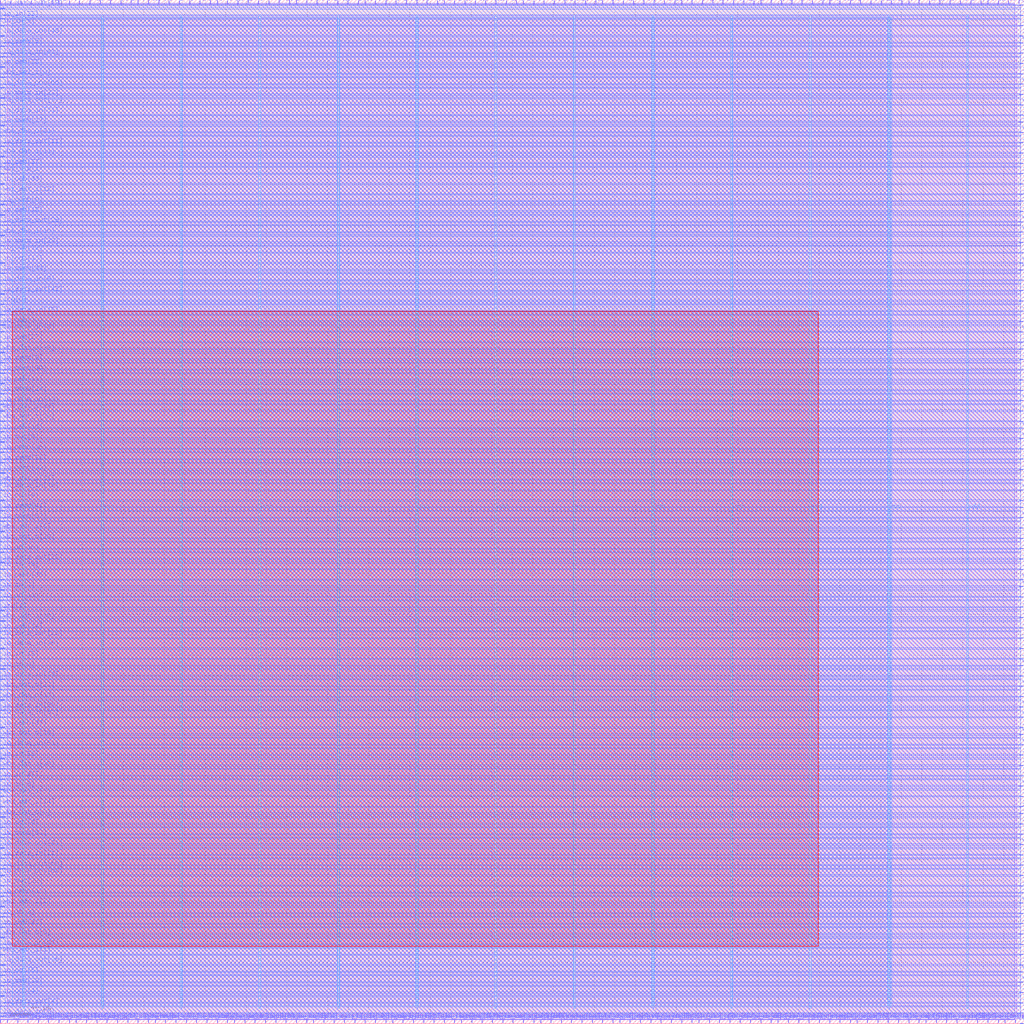
<source format=lef>
VERSION 5.7 ;
  NOWIREEXTENSIONATPIN ON ;
  DIVIDERCHAR "/" ;
  BUSBITCHARS "[]" ;
MACRO caravel_hack_soc
  CLASS BLOCK ;
  FOREIGN caravel_hack_soc ;
  ORIGIN 0.000 0.000 ;
  SIZE 1000.000 BY 1000.000 ;
  PIN io_in[0]
    DIRECTION INPUT ;
    USE SIGNAL ;
    PORT
      LAYER Metal3 ;
        RECT 1.000 346.080 4.000 346.640 ;
    END
  END io_in[0]
  PIN io_in[10]
    DIRECTION INPUT ;
    USE SIGNAL ;
    PORT
      LAYER Metal3 ;
        RECT 1.000 460.320 4.000 460.880 ;
    END
  END io_in[10]
  PIN io_in[11]
    DIRECTION INPUT ;
    USE SIGNAL ;
    PORT
      LAYER Metal3 ;
        RECT 1.000 413.280 4.000 413.840 ;
    END
  END io_in[11]
  PIN io_in[12]
    DIRECTION INPUT ;
    USE SIGNAL ;
    PORT
      LAYER Metal2 ;
        RECT 964.320 996.000 964.880 999.000 ;
    END
  END io_in[12]
  PIN io_in[13]
    DIRECTION INPUT ;
    USE SIGNAL ;
    PORT
      LAYER Metal3 ;
        RECT 1.000 356.160 4.000 356.720 ;
    END
  END io_in[13]
  PIN io_in[14]
    DIRECTION INPUT ;
    USE SIGNAL ;
    PORT
      LAYER Metal2 ;
        RECT 551.040 996.000 551.600 999.000 ;
    END
  END io_in[14]
  PIN io_in[15]
    DIRECTION INPUT ;
    USE SIGNAL ;
    PORT
      LAYER Metal3 ;
        RECT 996.000 194.880 999.000 195.440 ;
    END
  END io_in[15]
  PIN io_in[16]
    DIRECTION INPUT ;
    USE SIGNAL ;
    PORT
      LAYER Metal2 ;
        RECT 288.960 1.000 289.520 4.000 ;
    END
  END io_in[16]
  PIN io_in[17]
    DIRECTION INPUT ;
    USE SIGNAL ;
    PORT
      LAYER Metal2 ;
        RECT 221.760 996.000 222.320 999.000 ;
    END
  END io_in[17]
  PIN io_in[18]
    DIRECTION INPUT ;
    USE SIGNAL ;
    PORT
      LAYER Metal3 ;
        RECT 1.000 443.520 4.000 444.080 ;
    END
  END io_in[18]
  PIN io_in[19]
    DIRECTION INPUT ;
    USE SIGNAL ;
    PORT
      LAYER Metal3 ;
        RECT 996.000 994.560 999.000 995.120 ;
    END
  END io_in[19]
  PIN io_in[1]
    DIRECTION INPUT ;
    USE SIGNAL ;
    PORT
      LAYER Metal2 ;
        RECT 803.040 996.000 803.600 999.000 ;
    END
  END io_in[1]
  PIN io_in[20]
    DIRECTION INPUT ;
    USE SIGNAL ;
    PORT
      LAYER Metal2 ;
        RECT 581.280 996.000 581.840 999.000 ;
    END
  END io_in[20]
  PIN io_in[21]
    DIRECTION INPUT ;
    USE SIGNAL ;
    PORT
      LAYER Metal2 ;
        RECT 947.520 996.000 948.080 999.000 ;
    END
  END io_in[21]
  PIN io_in[22]
    DIRECTION INPUT ;
    USE SIGNAL ;
    PORT
      LAYER Metal2 ;
        RECT 20.160 996.000 20.720 999.000 ;
    END
  END io_in[22]
  PIN io_in[23]
    DIRECTION INPUT ;
    USE SIGNAL ;
    PORT
      LAYER Metal2 ;
        RECT 134.400 1.000 134.960 4.000 ;
    END
  END io_in[23]
  PIN io_in[24]
    DIRECTION INPUT ;
    USE SIGNAL ;
    PORT
      LAYER Metal2 ;
        RECT 127.680 996.000 128.240 999.000 ;
    END
  END io_in[24]
  PIN io_in[25]
    DIRECTION INPUT ;
    USE SIGNAL ;
    PORT
      LAYER Metal2 ;
        RECT 164.640 996.000 165.200 999.000 ;
    END
  END io_in[25]
  PIN io_in[26]
    DIRECTION INPUT ;
    USE SIGNAL ;
    PORT
      LAYER Metal3 ;
        RECT 996.000 107.520 999.000 108.080 ;
    END
  END io_in[26]
  PIN io_in[27]
    DIRECTION INPUT ;
    USE SIGNAL ;
    PORT
      LAYER Metal3 ;
        RECT 1.000 238.560 4.000 239.120 ;
    END
  END io_in[27]
  PIN io_in[28]
    DIRECTION INPUT ;
    USE SIGNAL ;
    PORT
      LAYER Metal2 ;
        RECT 40.320 996.000 40.880 999.000 ;
    END
  END io_in[28]
  PIN io_in[29]
    DIRECTION INPUT ;
    USE SIGNAL ;
    PORT
      LAYER Metal3 ;
        RECT 996.000 974.400 999.000 974.960 ;
    END
  END io_in[29]
  PIN io_in[2]
    DIRECTION INPUT ;
    USE SIGNAL ;
    PORT
      LAYER Metal3 ;
        RECT 1.000 104.160 4.000 104.720 ;
    END
  END io_in[2]
  PIN io_in[30]
    DIRECTION INPUT ;
    USE SIGNAL ;
    PORT
      LAYER Metal2 ;
        RECT 702.240 1.000 702.800 4.000 ;
    END
  END io_in[30]
  PIN io_in[31]
    DIRECTION INPUT ;
    USE SIGNAL ;
    PORT
      LAYER Metal2 ;
        RECT 144.480 996.000 145.040 999.000 ;
    END
  END io_in[31]
  PIN io_in[32]
    DIRECTION INPUT ;
    USE SIGNAL ;
    PORT
      LAYER Metal2 ;
        RECT 598.080 1.000 598.640 4.000 ;
    END
  END io_in[32]
  PIN io_in[33]
    DIRECTION INPUT ;
    USE SIGNAL ;
    PORT
      LAYER Metal3 ;
        RECT 1.000 981.120 4.000 981.680 ;
    END
  END io_in[33]
  PIN io_in[34]
    DIRECTION INPUT ;
    USE SIGNAL ;
    PORT
      LAYER Metal2 ;
        RECT 897.120 996.000 897.680 999.000 ;
    END
  END io_in[34]
  PIN io_in[35]
    DIRECTION INPUT ;
    USE SIGNAL ;
    PORT
      LAYER Metal2 ;
        RECT 211.680 996.000 212.240 999.000 ;
    END
  END io_in[35]
  PIN io_in[36]
    DIRECTION INPUT ;
    USE SIGNAL ;
    PORT
      LAYER Metal3 ;
        RECT 1.000 258.720 4.000 259.280 ;
    END
  END io_in[36]
  PIN io_in[37]
    DIRECTION INPUT ;
    USE SIGNAL ;
    PORT
      LAYER Metal3 ;
        RECT 996.000 164.640 999.000 165.200 ;
    END
  END io_in[37]
  PIN io_in[3]
    DIRECTION INPUT ;
    USE SIGNAL ;
    PORT
      LAYER Metal3 ;
        RECT 1.000 423.360 4.000 423.920 ;
    END
  END io_in[3]
  PIN io_in[4]
    DIRECTION INPUT ;
    USE SIGNAL ;
    PORT
      LAYER Metal2 ;
        RECT 897.120 1.000 897.680 4.000 ;
    END
  END io_in[4]
  PIN io_in[5]
    DIRECTION INPUT ;
    USE SIGNAL ;
    PORT
      LAYER Metal3 ;
        RECT 1.000 974.400 4.000 974.960 ;
    END
  END io_in[5]
  PIN io_in[6]
    DIRECTION INPUT ;
    USE SIGNAL ;
    PORT
      LAYER Metal3 ;
        RECT 1.000 228.480 4.000 229.040 ;
    END
  END io_in[6]
  PIN io_in[7]
    DIRECTION INPUT ;
    USE SIGNAL ;
    PORT
      LAYER Metal3 ;
        RECT 996.000 262.080 999.000 262.640 ;
    END
  END io_in[7]
  PIN io_in[8]
    DIRECTION INPUT ;
    USE SIGNAL ;
    PORT
      LAYER Metal2 ;
        RECT 974.400 1.000 974.960 4.000 ;
    END
  END io_in[8]
  PIN io_in[9]
    DIRECTION INPUT ;
    USE SIGNAL ;
    PORT
      LAYER Metal2 ;
        RECT 850.080 996.000 850.640 999.000 ;
    END
  END io_in[9]
  PIN io_oeb[0]
    DIRECTION OUTPUT TRISTATE ;
    USE SIGNAL ;
    PORT
      LAYER Metal2 ;
        RECT 30.240 996.000 30.800 999.000 ;
    END
  END io_oeb[0]
  PIN io_oeb[10]
    DIRECTION OUTPUT TRISTATE ;
    USE SIGNAL ;
    PORT
      LAYER Metal3 ;
        RECT 1.000 682.080 4.000 682.640 ;
    END
  END io_oeb[10]
  PIN io_oeb[11]
    DIRECTION OUTPUT TRISTATE ;
    USE SIGNAL ;
    PORT
      LAYER Metal3 ;
        RECT 1.000 624.960 4.000 625.520 ;
    END
  END io_oeb[11]
  PIN io_oeb[12]
    DIRECTION OUTPUT TRISTATE ;
    USE SIGNAL ;
    PORT
      LAYER Metal3 ;
        RECT 1.000 752.640 4.000 753.200 ;
    END
  END io_oeb[12]
  PIN io_oeb[13]
    DIRECTION OUTPUT TRISTATE ;
    USE SIGNAL ;
    PORT
      LAYER Metal2 ;
        RECT 856.800 1.000 857.360 4.000 ;
    END
  END io_oeb[13]
  PIN io_oeb[14]
    DIRECTION OUTPUT TRISTATE ;
    USE SIGNAL ;
    PORT
      LAYER Metal2 ;
        RECT 981.120 1.000 981.680 4.000 ;
    END
  END io_oeb[14]
  PIN io_oeb[15]
    DIRECTION OUTPUT TRISTATE ;
    USE SIGNAL ;
    PORT
      LAYER Metal2 ;
        RECT 530.880 996.000 531.440 999.000 ;
    END
  END io_oeb[15]
  PIN io_oeb[16]
    DIRECTION OUTPUT TRISTATE ;
    USE SIGNAL ;
    PORT
      LAYER Metal3 ;
        RECT 1.000 577.920 4.000 578.480 ;
    END
  END io_oeb[16]
  PIN io_oeb[17]
    DIRECTION OUTPUT TRISTATE ;
    USE SIGNAL ;
    PORT
      LAYER Metal2 ;
        RECT 97.440 996.000 98.000 999.000 ;
    END
  END io_oeb[17]
  PIN io_oeb[18]
    DIRECTION OUTPUT TRISTATE ;
    USE SIGNAL ;
    PORT
      LAYER Metal3 ;
        RECT 1.000 789.600 4.000 790.160 ;
    END
  END io_oeb[18]
  PIN io_oeb[19]
    DIRECTION OUTPUT TRISTATE ;
    USE SIGNAL ;
    PORT
      LAYER Metal2 ;
        RECT 403.200 1.000 403.760 4.000 ;
    END
  END io_oeb[19]
  PIN io_oeb[1]
    DIRECTION OUTPUT TRISTATE ;
    USE SIGNAL ;
    PORT
      LAYER Metal3 ;
        RECT 996.000 77.280 999.000 77.840 ;
    END
  END io_oeb[1]
  PIN io_oeb[20]
    DIRECTION OUTPUT TRISTATE ;
    USE SIGNAL ;
    PORT
      LAYER Metal2 ;
        RECT 846.720 1.000 847.280 4.000 ;
    END
  END io_oeb[20]
  PIN io_oeb[21]
    DIRECTION OUTPUT TRISTATE ;
    USE SIGNAL ;
    PORT
      LAYER Metal2 ;
        RECT 94.080 1.000 94.640 4.000 ;
    END
  END io_oeb[21]
  PIN io_oeb[22]
    DIRECTION OUTPUT TRISTATE ;
    USE SIGNAL ;
    PORT
      LAYER Metal3 ;
        RECT 996.000 252.000 999.000 252.560 ;
    END
  END io_oeb[22]
  PIN io_oeb[23]
    DIRECTION OUTPUT TRISTATE ;
    USE SIGNAL ;
    PORT
      LAYER Metal3 ;
        RECT 1.000 94.080 4.000 94.640 ;
    END
  END io_oeb[23]
  PIN io_oeb[24]
    DIRECTION OUTPUT TRISTATE ;
    USE SIGNAL ;
    PORT
      LAYER Metal3 ;
        RECT 996.000 221.760 999.000 222.320 ;
    END
  END io_oeb[24]
  PIN io_oeb[25]
    DIRECTION OUTPUT TRISTATE ;
    USE SIGNAL ;
    PORT
      LAYER Metal2 ;
        RECT 356.160 1.000 356.720 4.000 ;
    END
  END io_oeb[25]
  PIN io_oeb[26]
    DIRECTION OUTPUT TRISTATE ;
    USE SIGNAL ;
    PORT
      LAYER Metal2 ;
        RECT 829.920 1.000 830.480 4.000 ;
    END
  END io_oeb[26]
  PIN io_oeb[27]
    DIRECTION OUTPUT TRISTATE ;
    USE SIGNAL ;
    PORT
      LAYER Metal3 ;
        RECT 1.000 665.280 4.000 665.840 ;
    END
  END io_oeb[27]
  PIN io_oeb[28]
    DIRECTION OUTPUT TRISTATE ;
    USE SIGNAL ;
    PORT
      LAYER Metal3 ;
        RECT 1.000 934.080 4.000 934.640 ;
    END
  END io_oeb[28]
  PIN io_oeb[29]
    DIRECTION OUTPUT TRISTATE ;
    USE SIGNAL ;
    PORT
      LAYER Metal2 ;
        RECT 204.960 996.000 205.520 999.000 ;
    END
  END io_oeb[29]
  PIN io_oeb[2]
    DIRECTION OUTPUT TRISTATE ;
    USE SIGNAL ;
    PORT
      LAYER Metal2 ;
        RECT 645.120 1.000 645.680 4.000 ;
    END
  END io_oeb[2]
  PIN io_oeb[30]
    DIRECTION OUTPUT TRISTATE ;
    USE SIGNAL ;
    PORT
      LAYER Metal3 ;
        RECT 1.000 36.960 4.000 37.520 ;
    END
  END io_oeb[30]
  PIN io_oeb[31]
    DIRECTION OUTPUT TRISTATE ;
    USE SIGNAL ;
    PORT
      LAYER Metal3 ;
        RECT 996.000 695.520 999.000 696.080 ;
    END
  END io_oeb[31]
  PIN io_oeb[32]
    DIRECTION OUTPUT TRISTATE ;
    USE SIGNAL ;
    PORT
      LAYER Metal3 ;
        RECT 996.000 154.560 999.000 155.120 ;
    END
  END io_oeb[32]
  PIN io_oeb[33]
    DIRECTION OUTPUT TRISTATE ;
    USE SIGNAL ;
    PORT
      LAYER Metal3 ;
        RECT 1.000 819.840 4.000 820.400 ;
    END
  END io_oeb[33]
  PIN io_oeb[34]
    DIRECTION OUTPUT TRISTATE ;
    USE SIGNAL ;
    PORT
      LAYER Metal3 ;
        RECT 1.000 383.040 4.000 383.600 ;
    END
  END io_oeb[34]
  PIN io_oeb[35]
    DIRECTION OUTPUT TRISTATE ;
    USE SIGNAL ;
    PORT
      LAYER Metal2 ;
        RECT 561.120 996.000 561.680 999.000 ;
    END
  END io_oeb[35]
  PIN io_oeb[36]
    DIRECTION OUTPUT TRISTATE ;
    USE SIGNAL ;
    PORT
      LAYER Metal2 ;
        RECT 934.080 1.000 934.640 4.000 ;
    END
  END io_oeb[36]
  PIN io_oeb[37]
    DIRECTION OUTPUT TRISTATE ;
    USE SIGNAL ;
    PORT
      LAYER Metal3 ;
        RECT 1.000 836.640 4.000 837.200 ;
    END
  END io_oeb[37]
  PIN io_oeb[3]
    DIRECTION OUTPUT TRISTATE ;
    USE SIGNAL ;
    PORT
      LAYER Metal3 ;
        RECT 996.000 339.360 999.000 339.920 ;
    END
  END io_oeb[3]
  PIN io_oeb[4]
    DIRECTION OUTPUT TRISTATE ;
    USE SIGNAL ;
    PORT
      LAYER Metal2 ;
        RECT 0.000 996.000 0.560 999.000 ;
    END
  END io_oeb[4]
  PIN io_oeb[5]
    DIRECTION OUTPUT TRISTATE ;
    USE SIGNAL ;
    PORT
      LAYER Metal3 ;
        RECT 996.000 964.320 999.000 964.880 ;
    END
  END io_oeb[5]
  PIN io_oeb[6]
    DIRECTION OUTPUT TRISTATE ;
    USE SIGNAL ;
    PORT
      LAYER Metal2 ;
        RECT 483.840 996.000 484.400 999.000 ;
    END
  END io_oeb[6]
  PIN io_oeb[7]
    DIRECTION OUTPUT TRISTATE ;
    USE SIGNAL ;
    PORT
      LAYER Metal3 ;
        RECT 996.000 57.120 999.000 57.680 ;
    END
  END io_oeb[7]
  PIN io_oeb[8]
    DIRECTION OUTPUT TRISTATE ;
    USE SIGNAL ;
    PORT
      LAYER Metal3 ;
        RECT 996.000 406.560 999.000 407.120 ;
    END
  END io_oeb[8]
  PIN io_oeb[9]
    DIRECTION OUTPUT TRISTATE ;
    USE SIGNAL ;
    PORT
      LAYER Metal3 ;
        RECT 996.000 396.480 999.000 397.040 ;
    END
  END io_oeb[9]
  PIN io_out[0]
    DIRECTION OUTPUT TRISTATE ;
    USE SIGNAL ;
    PORT
      LAYER Metal3 ;
        RECT 1.000 191.520 4.000 192.080 ;
    END
  END io_out[0]
  PIN io_out[10]
    DIRECTION OUTPUT TRISTATE ;
    USE SIGNAL ;
    PORT
      LAYER Metal2 ;
        RECT 974.400 996.000 974.960 999.000 ;
    END
  END io_out[10]
  PIN io_out[11]
    DIRECTION OUTPUT TRISTATE ;
    USE SIGNAL ;
    PORT
      LAYER Metal3 ;
        RECT 996.000 880.320 999.000 880.880 ;
    END
  END io_out[11]
  PIN io_out[12]
    DIRECTION OUTPUT TRISTATE ;
    USE SIGNAL ;
    PORT
      LAYER Metal3 ;
        RECT 996.000 984.480 999.000 985.040 ;
    END
  END io_out[12]
  PIN io_out[13]
    DIRECTION OUTPUT TRISTATE ;
    USE SIGNAL ;
    PORT
      LAYER Metal3 ;
        RECT 1.000 742.560 4.000 743.120 ;
    END
  END io_out[13]
  PIN io_out[14]
    DIRECTION OUTPUT TRISTATE ;
    USE SIGNAL ;
    PORT
      LAYER Metal2 ;
        RECT 393.120 1.000 393.680 4.000 ;
    END
  END io_out[14]
  PIN io_out[15]
    DIRECTION OUTPUT TRISTATE ;
    USE SIGNAL ;
    PORT
      LAYER Metal3 ;
        RECT 996.000 829.920 999.000 830.480 ;
    END
  END io_out[15]
  PIN io_out[16]
    DIRECTION OUTPUT TRISTATE ;
    USE SIGNAL ;
    PORT
      LAYER Metal2 ;
        RECT 114.240 1.000 114.800 4.000 ;
    END
  END io_out[16]
  PIN io_out[17]
    DIRECTION OUTPUT TRISTATE ;
    USE SIGNAL ;
    PORT
      LAYER Metal2 ;
        RECT 836.640 1.000 837.200 4.000 ;
    END
  END io_out[17]
  PIN io_out[18]
    DIRECTION OUTPUT TRISTATE ;
    USE SIGNAL ;
    PORT
      LAYER Metal2 ;
        RECT 655.200 1.000 655.760 4.000 ;
    END
  END io_out[18]
  PIN io_out[19]
    DIRECTION OUTPUT TRISTATE ;
    USE SIGNAL ;
    PORT
      LAYER Metal2 ;
        RECT 67.200 1.000 67.760 4.000 ;
    END
  END io_out[19]
  PIN io_out[1]
    DIRECTION OUTPUT TRISTATE ;
    USE SIGNAL ;
    PORT
      LAYER Metal2 ;
        RECT 682.080 1.000 682.640 4.000 ;
    END
  END io_out[1]
  PIN io_out[20]
    DIRECTION OUTPUT TRISTATE ;
    USE SIGNAL ;
    PORT
      LAYER Metal2 ;
        RECT 450.240 1.000 450.800 4.000 ;
    END
  END io_out[20]
  PIN io_out[21]
    DIRECTION OUTPUT TRISTATE ;
    USE SIGNAL ;
    PORT
      LAYER Metal2 ;
        RECT 336.000 1.000 336.560 4.000 ;
    END
  END io_out[21]
  PIN io_out[22]
    DIRECTION OUTPUT TRISTATE ;
    USE SIGNAL ;
    PORT
      LAYER Metal3 ;
        RECT 1.000 134.400 4.000 134.960 ;
    END
  END io_out[22]
  PIN io_out[23]
    DIRECTION OUTPUT TRISTATE ;
    USE SIGNAL ;
    PORT
      LAYER Metal2 ;
        RECT 735.840 996.000 736.400 999.000 ;
    END
  END io_out[23]
  PIN io_out[24]
    DIRECTION OUTPUT TRISTATE ;
    USE SIGNAL ;
    PORT
      LAYER Metal2 ;
        RECT 463.680 996.000 464.240 999.000 ;
    END
  END io_out[24]
  PIN io_out[25]
    DIRECTION OUTPUT TRISTATE ;
    USE SIGNAL ;
    PORT
      LAYER Metal2 ;
        RECT 423.360 1.000 423.920 4.000 ;
    END
  END io_out[25]
  PIN io_out[26]
    DIRECTION OUTPUT TRISTATE ;
    USE SIGNAL ;
    PORT
      LAYER Metal2 ;
        RECT 705.600 996.000 706.160 999.000 ;
    END
  END io_out[26]
  PIN io_out[27]
    DIRECTION OUTPUT TRISTATE ;
    USE SIGNAL ;
    PORT
      LAYER Metal2 ;
        RECT 742.560 1.000 743.120 4.000 ;
    END
  END io_out[27]
  PIN io_out[28]
    DIRECTION OUTPUT TRISTATE ;
    USE SIGNAL ;
    PORT
      LAYER Metal2 ;
        RECT 638.400 996.000 638.960 999.000 ;
    END
  END io_out[28]
  PIN io_out[29]
    DIRECTION OUTPUT TRISTATE ;
    USE SIGNAL ;
    PORT
      LAYER Metal2 ;
        RECT 944.160 1.000 944.720 4.000 ;
    END
  END io_out[29]
  PIN io_out[2]
    DIRECTION OUTPUT TRISTATE ;
    USE SIGNAL ;
    PORT
      LAYER Metal2 ;
        RECT 917.280 996.000 917.840 999.000 ;
    END
  END io_out[2]
  PIN io_out[30]
    DIRECTION OUTPUT TRISTATE ;
    USE SIGNAL ;
    PORT
      LAYER Metal3 ;
        RECT 996.000 211.680 999.000 212.240 ;
    END
  END io_out[30]
  PIN io_out[31]
    DIRECTION OUTPUT TRISTATE ;
    USE SIGNAL ;
    PORT
      LAYER Metal2 ;
        RECT 840.000 996.000 840.560 999.000 ;
    END
  END io_out[31]
  PIN io_out[32]
    DIRECTION OUTPUT TRISTATE ;
    USE SIGNAL ;
    PORT
      LAYER Metal3 ;
        RECT 996.000 319.200 999.000 319.760 ;
    END
  END io_out[32]
  PIN io_out[33]
    DIRECTION OUTPUT TRISTATE ;
    USE SIGNAL ;
    PORT
      LAYER Metal2 ;
        RECT 665.280 1.000 665.840 4.000 ;
    END
  END io_out[33]
  PIN io_out[34]
    DIRECTION OUTPUT TRISTATE ;
    USE SIGNAL ;
    PORT
      LAYER Metal3 ;
        RECT 996.000 648.480 999.000 649.040 ;
    END
  END io_out[34]
  PIN io_out[35]
    DIRECTION OUTPUT TRISTATE ;
    USE SIGNAL ;
    PORT
      LAYER Metal2 ;
        RECT 238.560 1.000 239.120 4.000 ;
    END
  END io_out[35]
  PIN io_out[36]
    DIRECTION OUTPUT TRISTATE ;
    USE SIGNAL ;
    PORT
      LAYER Metal3 ;
        RECT 996.000 937.440 999.000 938.000 ;
    END
  END io_out[36]
  PIN io_out[37]
    DIRECTION OUTPUT TRISTATE ;
    USE SIGNAL ;
    PORT
      LAYER Metal3 ;
        RECT 996.000 927.360 999.000 927.920 ;
    END
  END io_out[37]
  PIN io_out[3]
    DIRECTION OUTPUT TRISTATE ;
    USE SIGNAL ;
    PORT
      LAYER Metal3 ;
        RECT 996.000 715.680 999.000 716.240 ;
    END
  END io_out[3]
  PIN io_out[4]
    DIRECTION OUTPUT TRISTATE ;
    USE SIGNAL ;
    PORT
      LAYER Metal3 ;
        RECT 1.000 26.880 4.000 27.440 ;
    END
  END io_out[4]
  PIN io_out[5]
    DIRECTION OUTPUT TRISTATE ;
    USE SIGNAL ;
    PORT
      LAYER Metal3 ;
        RECT 1.000 47.040 4.000 47.600 ;
    END
  END io_out[5]
  PIN io_out[6]
    DIRECTION OUTPUT TRISTATE ;
    USE SIGNAL ;
    PORT
      LAYER Metal3 ;
        RECT 1.000 567.840 4.000 568.400 ;
    END
  END io_out[6]
  PIN io_out[7]
    DIRECTION OUTPUT TRISTATE ;
    USE SIGNAL ;
    PORT
      LAYER Metal2 ;
        RECT 628.320 996.000 628.880 999.000 ;
    END
  END io_out[7]
  PIN io_out[8]
    DIRECTION OUTPUT TRISTATE ;
    USE SIGNAL ;
    PORT
      LAYER Metal2 ;
        RECT 258.720 1.000 259.280 4.000 ;
    END
  END io_out[8]
  PIN io_out[9]
    DIRECTION OUTPUT TRISTATE ;
    USE SIGNAL ;
    PORT
      LAYER Metal3 ;
        RECT 1.000 510.720 4.000 511.280 ;
    END
  END io_out[9]
  PIN irq[0]
    DIRECTION OUTPUT TRISTATE ;
    USE SIGNAL ;
    PORT
      LAYER Metal3 ;
        RECT 1.000 702.240 4.000 702.800 ;
    END
  END irq[0]
  PIN irq[1]
    DIRECTION OUTPUT TRISTATE ;
    USE SIGNAL ;
    PORT
      LAYER Metal3 ;
        RECT 1.000 403.200 4.000 403.760 ;
    END
  END irq[1]
  PIN irq[2]
    DIRECTION OUTPUT TRISTATE ;
    USE SIGNAL ;
    PORT
      LAYER Metal2 ;
        RECT 305.760 1.000 306.320 4.000 ;
    END
  END irq[2]
  PIN la_data_in[0]
    DIRECTION INPUT ;
    USE SIGNAL ;
    PORT
      LAYER Metal2 ;
        RECT 406.560 996.000 407.120 999.000 ;
    END
  END la_data_in[0]
  PIN la_data_in[10]
    DIRECTION INPUT ;
    USE SIGNAL ;
    PORT
      LAYER Metal2 ;
        RECT 937.440 996.000 938.000 999.000 ;
    END
  END la_data_in[10]
  PIN la_data_in[11]
    DIRECTION INPUT ;
    USE SIGNAL ;
    PORT
      LAYER Metal2 ;
        RECT 470.400 1.000 470.960 4.000 ;
    END
  END la_data_in[11]
  PIN la_data_in[12]
    DIRECTION INPUT ;
    USE SIGNAL ;
    PORT
      LAYER Metal3 ;
        RECT 1.000 604.800 4.000 605.360 ;
    END
  END la_data_in[12]
  PIN la_data_in[13]
    DIRECTION INPUT ;
    USE SIGNAL ;
    PORT
      LAYER Metal3 ;
        RECT 996.000 144.480 999.000 145.040 ;
    END
  END la_data_in[13]
  PIN la_data_in[14]
    DIRECTION INPUT ;
    USE SIGNAL ;
    PORT
      LAYER Metal3 ;
        RECT 996.000 366.240 999.000 366.800 ;
    END
  END la_data_in[14]
  PIN la_data_in[15]
    DIRECTION INPUT ;
    USE SIGNAL ;
    PORT
      LAYER Metal3 ;
        RECT 1.000 692.160 4.000 692.720 ;
    END
  END la_data_in[15]
  PIN la_data_in[16]
    DIRECTION INPUT ;
    USE SIGNAL ;
    PORT
      LAYER Metal2 ;
        RECT 231.840 996.000 232.400 999.000 ;
    END
  END la_data_in[16]
  PIN la_data_in[17]
    DIRECTION INPUT ;
    USE SIGNAL ;
    PORT
      LAYER Metal3 ;
        RECT 996.000 204.960 999.000 205.520 ;
    END
  END la_data_in[17]
  PIN la_data_in[18]
    DIRECTION INPUT ;
    USE SIGNAL ;
    PORT
      LAYER Metal3 ;
        RECT 996.000 752.640 999.000 753.200 ;
    END
  END la_data_in[18]
  PIN la_data_in[19]
    DIRECTION INPUT ;
    USE SIGNAL ;
    PORT
      LAYER Metal3 ;
        RECT 996.000 443.520 999.000 444.080 ;
    END
  END la_data_in[19]
  PIN la_data_in[1]
    DIRECTION INPUT ;
    USE SIGNAL ;
    PORT
      LAYER Metal2 ;
        RECT 762.720 996.000 763.280 999.000 ;
    END
  END la_data_in[1]
  PIN la_data_in[20]
    DIRECTION INPUT ;
    USE SIGNAL ;
    PORT
      LAYER Metal2 ;
        RECT 510.720 996.000 511.280 999.000 ;
    END
  END la_data_in[20]
  PIN la_data_in[21]
    DIRECTION INPUT ;
    USE SIGNAL ;
    PORT
      LAYER Metal3 ;
        RECT 1.000 161.280 4.000 161.840 ;
    END
  END la_data_in[21]
  PIN la_data_in[22]
    DIRECTION INPUT ;
    USE SIGNAL ;
    PORT
      LAYER Metal2 ;
        RECT 618.240 996.000 618.800 999.000 ;
    END
  END la_data_in[22]
  PIN la_data_in[23]
    DIRECTION INPUT ;
    USE SIGNAL ;
    PORT
      LAYER Metal3 ;
        RECT 1.000 903.840 4.000 904.400 ;
    END
  END la_data_in[23]
  PIN la_data_in[24]
    DIRECTION INPUT ;
    USE SIGNAL ;
    PORT
      LAYER Metal2 ;
        RECT 433.440 996.000 434.000 999.000 ;
    END
  END la_data_in[24]
  PIN la_data_in[25]
    DIRECTION INPUT ;
    USE SIGNAL ;
    PORT
      LAYER Metal3 ;
        RECT 996.000 241.920 999.000 242.480 ;
    END
  END la_data_in[25]
  PIN la_data_in[26]
    DIRECTION INPUT ;
    USE SIGNAL ;
    PORT
      LAYER Metal2 ;
        RECT 325.920 1.000 326.480 4.000 ;
    END
  END la_data_in[26]
  PIN la_data_in[27]
    DIRECTION INPUT ;
    USE SIGNAL ;
    PORT
      LAYER Metal3 ;
        RECT 1.000 73.920 4.000 74.480 ;
    END
  END la_data_in[27]
  PIN la_data_in[28]
    DIRECTION INPUT ;
    USE SIGNAL ;
    PORT
      LAYER Metal3 ;
        RECT 1.000 366.240 4.000 366.800 ;
    END
  END la_data_in[28]
  PIN la_data_in[29]
    DIRECTION INPUT ;
    USE SIGNAL ;
    PORT
      LAYER Metal3 ;
        RECT 1.000 759.360 4.000 759.920 ;
    END
  END la_data_in[29]
  PIN la_data_in[2]
    DIRECTION INPUT ;
    USE SIGNAL ;
    PORT
      LAYER Metal3 ;
        RECT 1.000 675.360 4.000 675.920 ;
    END
  END la_data_in[2]
  PIN la_data_in[30]
    DIRECTION INPUT ;
    USE SIGNAL ;
    PORT
      LAYER Metal2 ;
        RECT 77.280 996.000 77.840 999.000 ;
    END
  END la_data_in[30]
  PIN la_data_in[31]
    DIRECTION INPUT ;
    USE SIGNAL ;
    PORT
      LAYER Metal3 ;
        RECT 1.000 887.040 4.000 887.600 ;
    END
  END la_data_in[31]
  PIN la_data_in[32]
    DIRECTION INPUT ;
    USE SIGNAL ;
    PORT
      LAYER Metal2 ;
        RECT 504.000 996.000 504.560 999.000 ;
    END
  END la_data_in[32]
  PIN la_data_in[33]
    DIRECTION INPUT ;
    USE SIGNAL ;
    PORT
      LAYER Metal3 ;
        RECT 996.000 850.080 999.000 850.640 ;
    END
  END la_data_in[33]
  PIN la_data_in[34]
    DIRECTION INPUT ;
    USE SIGNAL ;
    PORT
      LAYER Metal2 ;
        RECT 309.120 996.000 309.680 999.000 ;
    END
  END la_data_in[34]
  PIN la_data_in[35]
    DIRECTION INPUT ;
    USE SIGNAL ;
    PORT
      LAYER Metal2 ;
        RECT 416.640 996.000 417.200 999.000 ;
    END
  END la_data_in[35]
  PIN la_data_in[36]
    DIRECTION INPUT ;
    USE SIGNAL ;
    PORT
      LAYER Metal3 ;
        RECT 996.000 540.960 999.000 541.520 ;
    END
  END la_data_in[36]
  PIN la_data_in[37]
    DIRECTION INPUT ;
    USE SIGNAL ;
    PORT
      LAYER Metal2 ;
        RECT 346.080 1.000 346.640 4.000 ;
    END
  END la_data_in[37]
  PIN la_data_in[38]
    DIRECTION INPUT ;
    USE SIGNAL ;
    PORT
      LAYER Metal2 ;
        RECT 480.480 1.000 481.040 4.000 ;
    END
  END la_data_in[38]
  PIN la_data_in[39]
    DIRECTION INPUT ;
    USE SIGNAL ;
    PORT
      LAYER Metal3 ;
        RECT 1.000 336.000 4.000 336.560 ;
    END
  END la_data_in[39]
  PIN la_data_in[3]
    DIRECTION INPUT ;
    USE SIGNAL ;
    PORT
      LAYER Metal3 ;
        RECT 996.000 618.240 999.000 618.800 ;
    END
  END la_data_in[3]
  PIN la_data_in[40]
    DIRECTION INPUT ;
    USE SIGNAL ;
    PORT
      LAYER Metal3 ;
        RECT 996.000 10.080 999.000 10.640 ;
    END
  END la_data_in[40]
  PIN la_data_in[41]
    DIRECTION INPUT ;
    USE SIGNAL ;
    PORT
      LAYER Metal3 ;
        RECT 1.000 944.160 4.000 944.720 ;
    END
  END la_data_in[41]
  PIN la_data_in[42]
    DIRECTION INPUT ;
    USE SIGNAL ;
    PORT
      LAYER Metal3 ;
        RECT 996.000 725.760 999.000 726.320 ;
    END
  END la_data_in[42]
  PIN la_data_in[43]
    DIRECTION INPUT ;
    USE SIGNAL ;
    PORT
      LAYER Metal2 ;
        RECT 614.880 1.000 615.440 4.000 ;
    END
  END la_data_in[43]
  PIN la_data_in[44]
    DIRECTION INPUT ;
    USE SIGNAL ;
    PORT
      LAYER Metal2 ;
        RECT 473.760 996.000 474.320 999.000 ;
    END
  END la_data_in[44]
  PIN la_data_in[45]
    DIRECTION INPUT ;
    USE SIGNAL ;
    PORT
      LAYER Metal2 ;
        RECT 134.400 996.000 134.960 999.000 ;
    END
  END la_data_in[45]
  PIN la_data_in[46]
    DIRECTION INPUT ;
    USE SIGNAL ;
    PORT
      LAYER Metal2 ;
        RECT 87.360 996.000 87.920 999.000 ;
    END
  END la_data_in[46]
  PIN la_data_in[47]
    DIRECTION INPUT ;
    USE SIGNAL ;
    PORT
      LAYER Metal2 ;
        RECT 396.480 996.000 397.040 999.000 ;
    END
  END la_data_in[47]
  PIN la_data_in[48]
    DIRECTION INPUT ;
    USE SIGNAL ;
    PORT
      LAYER Metal2 ;
        RECT 460.320 1.000 460.880 4.000 ;
    END
  END la_data_in[48]
  PIN la_data_in[49]
    DIRECTION INPUT ;
    USE SIGNAL ;
    PORT
      LAYER Metal3 ;
        RECT 1.000 520.800 4.000 521.360 ;
    END
  END la_data_in[49]
  PIN la_data_in[4]
    DIRECTION INPUT ;
    USE SIGNAL ;
    PORT
      LAYER Metal2 ;
        RECT 819.840 996.000 820.400 999.000 ;
    END
  END la_data_in[4]
  PIN la_data_in[50]
    DIRECTION INPUT ;
    USE SIGNAL ;
    PORT
      LAYER Metal3 ;
        RECT 1.000 305.760 4.000 306.320 ;
    END
  END la_data_in[50]
  PIN la_data_in[51]
    DIRECTION INPUT ;
    USE SIGNAL ;
    PORT
      LAYER Metal3 ;
        RECT 1.000 268.800 4.000 269.360 ;
    END
  END la_data_in[51]
  PIN la_data_in[52]
    DIRECTION INPUT ;
    USE SIGNAL ;
    PORT
      LAYER Metal3 ;
        RECT 1.000 299.040 4.000 299.600 ;
    END
  END la_data_in[52]
  PIN la_data_in[53]
    DIRECTION INPUT ;
    USE SIGNAL ;
    PORT
      LAYER Metal3 ;
        RECT 996.000 30.240 999.000 30.800 ;
    END
  END la_data_in[53]
  PIN la_data_in[54]
    DIRECTION INPUT ;
    USE SIGNAL ;
    PORT
      LAYER Metal2 ;
        RECT 366.240 1.000 366.800 4.000 ;
    END
  END la_data_in[54]
  PIN la_data_in[55]
    DIRECTION INPUT ;
    USE SIGNAL ;
    PORT
      LAYER Metal3 ;
        RECT 996.000 907.200 999.000 907.760 ;
    END
  END la_data_in[55]
  PIN la_data_in[56]
    DIRECTION INPUT ;
    USE SIGNAL ;
    PORT
      LAYER Metal2 ;
        RECT 171.360 1.000 171.920 4.000 ;
    END
  END la_data_in[56]
  PIN la_data_in[57]
    DIRECTION INPUT ;
    USE SIGNAL ;
    PORT
      LAYER Metal2 ;
        RECT 262.080 996.000 262.640 999.000 ;
    END
  END la_data_in[57]
  PIN la_data_in[58]
    DIRECTION INPUT ;
    USE SIGNAL ;
    PORT
      LAYER Metal2 ;
        RECT 376.320 996.000 376.880 999.000 ;
    END
  END la_data_in[58]
  PIN la_data_in[59]
    DIRECTION INPUT ;
    USE SIGNAL ;
    PORT
      LAYER Metal2 ;
        RECT 588.000 1.000 588.560 4.000 ;
    END
  END la_data_in[59]
  PIN la_data_in[5]
    DIRECTION INPUT ;
    USE SIGNAL ;
    PORT
      LAYER Metal3 ;
        RECT 1.000 6.720 4.000 7.280 ;
    END
  END la_data_in[5]
  PIN la_data_in[60]
    DIRECTION INPUT ;
    USE SIGNAL ;
    PORT
      LAYER Metal2 ;
        RECT 201.600 1.000 202.160 4.000 ;
    END
  END la_data_in[60]
  PIN la_data_in[61]
    DIRECTION INPUT ;
    USE SIGNAL ;
    PORT
      LAYER Metal3 ;
        RECT 996.000 356.160 999.000 356.720 ;
    END
  END la_data_in[61]
  PIN la_data_in[62]
    DIRECTION INPUT ;
    USE SIGNAL ;
    PORT
      LAYER Metal2 ;
        RECT 299.040 996.000 299.600 999.000 ;
    END
  END la_data_in[62]
  PIN la_data_in[63]
    DIRECTION INPUT ;
    USE SIGNAL ;
    PORT
      LAYER Metal2 ;
        RECT 907.200 996.000 907.760 999.000 ;
    END
  END la_data_in[63]
  PIN la_data_in[6]
    DIRECTION INPUT ;
    USE SIGNAL ;
    PORT
      LAYER Metal2 ;
        RECT 870.240 996.000 870.800 999.000 ;
    END
  END la_data_in[6]
  PIN la_data_in[7]
    DIRECTION INPUT ;
    USE SIGNAL ;
    PORT
      LAYER Metal3 ;
        RECT 996.000 530.880 999.000 531.440 ;
    END
  END la_data_in[7]
  PIN la_data_in[8]
    DIRECTION INPUT ;
    USE SIGNAL ;
    PORT
      LAYER Metal2 ;
        RECT 712.320 1.000 712.880 4.000 ;
    END
  END la_data_in[8]
  PIN la_data_in[9]
    DIRECTION INPUT ;
    USE SIGNAL ;
    PORT
      LAYER Metal3 ;
        RECT 1.000 722.400 4.000 722.960 ;
    END
  END la_data_in[9]
  PIN la_data_out[0]
    DIRECTION OUTPUT TRISTATE ;
    USE SIGNAL ;
    PORT
      LAYER Metal2 ;
        RECT 282.240 996.000 282.800 999.000 ;
    END
  END la_data_out[0]
  PIN la_data_out[10]
    DIRECTION OUTPUT TRISTATE ;
    USE SIGNAL ;
    PORT
      LAYER Metal3 ;
        RECT 996.000 416.640 999.000 417.200 ;
    END
  END la_data_out[10]
  PIN la_data_out[11]
    DIRECTION OUTPUT TRISTATE ;
    USE SIGNAL ;
    PORT
      LAYER Metal3 ;
        RECT 1.000 856.800 4.000 857.360 ;
    END
  END la_data_out[11]
  PIN la_data_out[12]
    DIRECTION OUTPUT TRISTATE ;
    USE SIGNAL ;
    PORT
      LAYER Metal3 ;
        RECT 996.000 551.040 999.000 551.600 ;
    END
  END la_data_out[12]
  PIN la_data_out[13]
    DIRECTION OUTPUT TRISTATE ;
    USE SIGNAL ;
    PORT
      LAYER Metal2 ;
        RECT 493.920 996.000 494.480 999.000 ;
    END
  END la_data_out[13]
  PIN la_data_out[14]
    DIRECTION OUTPUT TRISTATE ;
    USE SIGNAL ;
    PORT
      LAYER Metal2 ;
        RECT 443.520 996.000 444.080 999.000 ;
    END
  END la_data_out[14]
  PIN la_data_out[15]
    DIRECTION OUTPUT TRISTATE ;
    USE SIGNAL ;
    PORT
      LAYER Metal2 ;
        RECT 527.520 1.000 528.080 4.000 ;
    END
  END la_data_out[15]
  PIN la_data_out[16]
    DIRECTION OUTPUT TRISTATE ;
    USE SIGNAL ;
    PORT
      LAYER Metal3 ;
        RECT 996.000 463.680 999.000 464.240 ;
    END
  END la_data_out[16]
  PIN la_data_out[17]
    DIRECTION OUTPUT TRISTATE ;
    USE SIGNAL ;
    PORT
      LAYER Metal2 ;
        RECT 984.480 996.000 985.040 999.000 ;
    END
  END la_data_out[17]
  PIN la_data_out[18]
    DIRECTION OUTPUT TRISTATE ;
    USE SIGNAL ;
    PORT
      LAYER Metal3 ;
        RECT 1.000 991.200 4.000 991.760 ;
    END
  END la_data_out[18]
  PIN la_data_out[19]
    DIRECTION OUTPUT TRISTATE ;
    USE SIGNAL ;
    PORT
      LAYER Metal3 ;
        RECT 996.000 628.320 999.000 628.880 ;
    END
  END la_data_out[19]
  PIN la_data_out[1]
    DIRECTION OUTPUT TRISTATE ;
    USE SIGNAL ;
    PORT
      LAYER Metal2 ;
        RECT 299.040 1.000 299.600 4.000 ;
    END
  END la_data_out[1]
  PIN la_data_out[20]
    DIRECTION OUTPUT TRISTATE ;
    USE SIGNAL ;
    PORT
      LAYER Metal3 ;
        RECT 996.000 288.960 999.000 289.520 ;
    END
  END la_data_out[20]
  PIN la_data_out[21]
    DIRECTION OUTPUT TRISTATE ;
    USE SIGNAL ;
    PORT
      LAYER Metal3 ;
        RECT 1.000 171.360 4.000 171.920 ;
    END
  END la_data_out[21]
  PIN la_data_out[22]
    DIRECTION OUTPUT TRISTATE ;
    USE SIGNAL ;
    PORT
      LAYER Metal3 ;
        RECT 996.000 127.680 999.000 128.240 ;
    END
  END la_data_out[22]
  PIN la_data_out[23]
    DIRECTION OUTPUT TRISTATE ;
    USE SIGNAL ;
    PORT
      LAYER Metal2 ;
        RECT 608.160 996.000 608.720 999.000 ;
    END
  END la_data_out[23]
  PIN la_data_out[24]
    DIRECTION OUTPUT TRISTATE ;
    USE SIGNAL ;
    PORT
      LAYER Metal3 ;
        RECT 996.000 792.960 999.000 793.520 ;
    END
  END la_data_out[24]
  PIN la_data_out[25]
    DIRECTION OUTPUT TRISTATE ;
    USE SIGNAL ;
    PORT
      LAYER Metal2 ;
        RECT 433.440 1.000 434.000 4.000 ;
    END
  END la_data_out[25]
  PIN la_data_out[26]
    DIRECTION OUTPUT TRISTATE ;
    USE SIGNAL ;
    PORT
      LAYER Metal3 ;
        RECT 1.000 779.520 4.000 780.080 ;
    END
  END la_data_out[26]
  PIN la_data_out[27]
    DIRECTION OUTPUT TRISTATE ;
    USE SIGNAL ;
    PORT
      LAYER Metal3 ;
        RECT 996.000 453.600 999.000 454.160 ;
    END
  END la_data_out[27]
  PIN la_data_out[28]
    DIRECTION OUTPUT TRISTATE ;
    USE SIGNAL ;
    PORT
      LAYER Metal3 ;
        RECT 1.000 376.320 4.000 376.880 ;
    END
  END la_data_out[28]
  PIN la_data_out[29]
    DIRECTION OUTPUT TRISTATE ;
    USE SIGNAL ;
    PORT
      LAYER Metal2 ;
        RECT 588.000 996.000 588.560 999.000 ;
    END
  END la_data_out[29]
  PIN la_data_out[2]
    DIRECTION OUTPUT TRISTATE ;
    USE SIGNAL ;
    PORT
      LAYER Metal3 ;
        RECT 996.000 184.800 999.000 185.360 ;
    END
  END la_data_out[2]
  PIN la_data_out[30]
    DIRECTION OUTPUT TRISTATE ;
    USE SIGNAL ;
    PORT
      LAYER Metal2 ;
        RECT 490.560 1.000 491.120 4.000 ;
    END
  END la_data_out[30]
  PIN la_data_out[31]
    DIRECTION OUTPUT TRISTATE ;
    USE SIGNAL ;
    PORT
      LAYER Metal2 ;
        RECT 540.960 996.000 541.520 999.000 ;
    END
  END la_data_out[31]
  PIN la_data_out[32]
    DIRECTION OUTPUT TRISTATE ;
    USE SIGNAL ;
    PORT
      LAYER Metal3 ;
        RECT 996.000 803.040 999.000 803.600 ;
    END
  END la_data_out[32]
  PIN la_data_out[33]
    DIRECTION OUTPUT TRISTATE ;
    USE SIGNAL ;
    PORT
      LAYER Metal3 ;
        RECT 996.000 386.400 999.000 386.960 ;
    END
  END la_data_out[33]
  PIN la_data_out[34]
    DIRECTION OUTPUT TRISTATE ;
    USE SIGNAL ;
    PORT
      LAYER Metal3 ;
        RECT 996.000 20.160 999.000 20.720 ;
    END
  END la_data_out[34]
  PIN la_data_out[35]
    DIRECTION OUTPUT TRISTATE ;
    USE SIGNAL ;
    PORT
      LAYER Metal3 ;
        RECT 996.000 134.400 999.000 134.960 ;
    END
  END la_data_out[35]
  PIN la_data_out[36]
    DIRECTION OUTPUT TRISTATE ;
    USE SIGNAL ;
    PORT
      LAYER Metal3 ;
        RECT 1.000 57.120 4.000 57.680 ;
    END
  END la_data_out[36]
  PIN la_data_out[37]
    DIRECTION OUTPUT TRISTATE ;
    USE SIGNAL ;
    PORT
      LAYER Metal3 ;
        RECT 1.000 897.120 4.000 897.680 ;
    END
  END la_data_out[37]
  PIN la_data_out[38]
    DIRECTION OUTPUT TRISTATE ;
    USE SIGNAL ;
    PORT
      LAYER Metal3 ;
        RECT 1.000 450.240 4.000 450.800 ;
    END
  END la_data_out[38]
  PIN la_data_out[39]
    DIRECTION OUTPUT TRISTATE ;
    USE SIGNAL ;
    PORT
      LAYER Metal3 ;
        RECT 996.000 840.000 999.000 840.560 ;
    END
  END la_data_out[39]
  PIN la_data_out[3]
    DIRECTION OUTPUT TRISTATE ;
    USE SIGNAL ;
    PORT
      LAYER Metal2 ;
        RECT 57.120 1.000 57.680 4.000 ;
    END
  END la_data_out[3]
  PIN la_data_out[40]
    DIRECTION OUTPUT TRISTATE ;
    USE SIGNAL ;
    PORT
      LAYER Metal2 ;
        RECT 413.280 1.000 413.840 4.000 ;
    END
  END la_data_out[40]
  PIN la_data_out[41]
    DIRECTION OUTPUT TRISTATE ;
    USE SIGNAL ;
    PORT
      LAYER Metal2 ;
        RECT 154.560 996.000 155.120 999.000 ;
    END
  END la_data_out[41]
  PIN la_data_out[42]
    DIRECTION OUTPUT TRISTATE ;
    USE SIGNAL ;
    PORT
      LAYER Metal2 ;
        RECT 913.920 1.000 914.480 4.000 ;
    END
  END la_data_out[42]
  PIN la_data_out[43]
    DIRECTION OUTPUT TRISTATE ;
    USE SIGNAL ;
    PORT
      LAYER Metal3 ;
        RECT 1.000 712.320 4.000 712.880 ;
    END
  END la_data_out[43]
  PIN la_data_out[44]
    DIRECTION OUTPUT TRISTATE ;
    USE SIGNAL ;
    PORT
      LAYER Metal2 ;
        RECT 228.480 1.000 229.040 4.000 ;
    END
  END la_data_out[44]
  PIN la_data_out[45]
    DIRECTION OUTPUT TRISTATE ;
    USE SIGNAL ;
    PORT
      LAYER Metal2 ;
        RECT 903.840 1.000 904.400 4.000 ;
    END
  END la_data_out[45]
  PIN la_data_out[46]
    DIRECTION OUTPUT TRISTATE ;
    USE SIGNAL ;
    PORT
      LAYER Metal2 ;
        RECT 571.200 996.000 571.760 999.000 ;
    END
  END la_data_out[46]
  PIN la_data_out[47]
    DIRECTION OUTPUT TRISTATE ;
    USE SIGNAL ;
    PORT
      LAYER Metal2 ;
        RECT 349.440 996.000 350.000 999.000 ;
    END
  END la_data_out[47]
  PIN la_data_out[48]
    DIRECTION OUTPUT TRISTATE ;
    USE SIGNAL ;
    PORT
      LAYER Metal3 ;
        RECT 1.000 964.320 4.000 964.880 ;
    END
  END la_data_out[48]
  PIN la_data_out[49]
    DIRECTION OUTPUT TRISTATE ;
    USE SIGNAL ;
    PORT
      LAYER Metal2 ;
        RECT 725.760 996.000 726.320 999.000 ;
    END
  END la_data_out[49]
  PIN la_data_out[4]
    DIRECTION OUTPUT TRISTATE ;
    USE SIGNAL ;
    PORT
      LAYER Metal3 ;
        RECT 1.000 16.800 4.000 17.360 ;
    END
  END la_data_out[4]
  PIN la_data_out[50]
    DIRECTION OUTPUT TRISTATE ;
    USE SIGNAL ;
    PORT
      LAYER Metal2 ;
        RECT 782.880 996.000 783.440 999.000 ;
    END
  END la_data_out[50]
  PIN la_data_out[51]
    DIRECTION OUTPUT TRISTATE ;
    USE SIGNAL ;
    PORT
      LAYER Metal2 ;
        RECT 426.720 996.000 427.280 999.000 ;
    END
  END la_data_out[51]
  PIN la_data_out[52]
    DIRECTION OUTPUT TRISTATE ;
    USE SIGNAL ;
    PORT
      LAYER Metal3 ;
        RECT 1.000 144.480 4.000 145.040 ;
    END
  END la_data_out[52]
  PIN la_data_out[53]
    DIRECTION OUTPUT TRISTATE ;
    USE SIGNAL ;
    PORT
      LAYER Metal3 ;
        RECT 996.000 588.000 999.000 588.560 ;
    END
  END la_data_out[53]
  PIN la_data_out[54]
    DIRECTION OUTPUT TRISTATE ;
    USE SIGNAL ;
    PORT
      LAYER Metal3 ;
        RECT 996.000 685.440 999.000 686.000 ;
    END
  END la_data_out[54]
  PIN la_data_out[55]
    DIRECTION OUTPUT TRISTATE ;
    USE SIGNAL ;
    PORT
      LAYER Metal3 ;
        RECT 996.000 887.040 999.000 887.600 ;
    END
  END la_data_out[55]
  PIN la_data_out[56]
    DIRECTION OUTPUT TRISTATE ;
    USE SIGNAL ;
    PORT
      LAYER Metal3 ;
        RECT 1.000 913.920 4.000 914.480 ;
    END
  END la_data_out[56]
  PIN la_data_out[57]
    DIRECTION OUTPUT TRISTATE ;
    USE SIGNAL ;
    PORT
      LAYER Metal2 ;
        RECT 809.760 996.000 810.320 999.000 ;
    END
  END la_data_out[57]
  PIN la_data_out[58]
    DIRECTION OUTPUT TRISTATE ;
    USE SIGNAL ;
    PORT
      LAYER Metal2 ;
        RECT 268.800 1.000 269.360 4.000 ;
    END
  END la_data_out[58]
  PIN la_data_out[59]
    DIRECTION OUTPUT TRISTATE ;
    USE SIGNAL ;
    PORT
      LAYER Metal2 ;
        RECT 866.880 1.000 867.440 4.000 ;
    END
  END la_data_out[59]
  PIN la_data_out[5]
    DIRECTION OUTPUT TRISTATE ;
    USE SIGNAL ;
    PORT
      LAYER Metal3 ;
        RECT 996.000 67.200 999.000 67.760 ;
    END
  END la_data_out[5]
  PIN la_data_out[60]
    DIRECTION OUTPUT TRISTATE ;
    USE SIGNAL ;
    PORT
      LAYER Metal3 ;
        RECT 1.000 151.200 4.000 151.760 ;
    END
  END la_data_out[60]
  PIN la_data_out[61]
    DIRECTION OUTPUT TRISTATE ;
    USE SIGNAL ;
    PORT
      LAYER Metal2 ;
        RECT 356.160 996.000 356.720 999.000 ;
    END
  END la_data_out[61]
  PIN la_data_out[62]
    DIRECTION OUTPUT TRISTATE ;
    USE SIGNAL ;
    PORT
      LAYER Metal2 ;
        RECT 624.960 1.000 625.520 4.000 ;
    END
  END la_data_out[62]
  PIN la_data_out[63]
    DIRECTION OUTPUT TRISTATE ;
    USE SIGNAL ;
    PORT
      LAYER Metal3 ;
        RECT 996.000 473.760 999.000 474.320 ;
    END
  END la_data_out[63]
  PIN la_data_out[6]
    DIRECTION OUTPUT TRISTATE ;
    USE SIGNAL ;
    PORT
      LAYER Metal3 ;
        RECT 996.000 376.320 999.000 376.880 ;
    END
  END la_data_out[6]
  PIN la_data_out[7]
    DIRECTION OUTPUT TRISTATE ;
    USE SIGNAL ;
    PORT
      LAYER Metal3 ;
        RECT 996.000 705.600 999.000 706.160 ;
    END
  END la_data_out[7]
  PIN la_data_out[8]
    DIRECTION OUTPUT TRISTATE ;
    USE SIGNAL ;
    PORT
      LAYER Metal3 ;
        RECT 996.000 561.120 999.000 561.680 ;
    END
  END la_data_out[8]
  PIN la_data_out[9]
    DIRECTION OUTPUT TRISTATE ;
    USE SIGNAL ;
    PORT
      LAYER Metal2 ;
        RECT 386.400 996.000 386.960 999.000 ;
    END
  END la_data_out[9]
  PIN la_oenb[0]
    DIRECTION INPUT ;
    USE SIGNAL ;
    PORT
      LAYER Metal3 ;
        RECT 1.000 799.680 4.000 800.240 ;
    END
  END la_oenb[0]
  PIN la_oenb[10]
    DIRECTION INPUT ;
    USE SIGNAL ;
    PORT
      LAYER Metal2 ;
        RECT 732.480 1.000 733.040 4.000 ;
    END
  END la_oenb[10]
  PIN la_oenb[11]
    DIRECTION INPUT ;
    USE SIGNAL ;
    PORT
      LAYER Metal2 ;
        RECT 876.960 1.000 877.520 4.000 ;
    END
  END la_oenb[11]
  PIN la_oenb[12]
    DIRECTION INPUT ;
    USE SIGNAL ;
    PORT
      LAYER Metal2 ;
        RECT 144.480 1.000 145.040 4.000 ;
    END
  END la_oenb[12]
  PIN la_oenb[13]
    DIRECTION INPUT ;
    USE SIGNAL ;
    PORT
      LAYER Metal3 ;
        RECT 1.000 124.320 4.000 124.880 ;
    END
  END la_oenb[13]
  PIN la_oenb[14]
    DIRECTION INPUT ;
    USE SIGNAL ;
    PORT
      LAYER Metal2 ;
        RECT 67.200 996.000 67.760 999.000 ;
    END
  END la_oenb[14]
  PIN la_oenb[15]
    DIRECTION INPUT ;
    USE SIGNAL ;
    PORT
      LAYER Metal3 ;
        RECT 996.000 87.360 999.000 87.920 ;
    END
  END la_oenb[15]
  PIN la_oenb[16]
    DIRECTION INPUT ;
    USE SIGNAL ;
    PORT
      LAYER Metal2 ;
        RECT 194.880 996.000 195.440 999.000 ;
    END
  END la_oenb[16]
  PIN la_oenb[17]
    DIRECTION INPUT ;
    USE SIGNAL ;
    PORT
      LAYER Metal3 ;
        RECT 1.000 876.960 4.000 877.520 ;
    END
  END la_oenb[17]
  PIN la_oenb[18]
    DIRECTION INPUT ;
    USE SIGNAL ;
    PORT
      LAYER Metal2 ;
        RECT 880.320 996.000 880.880 999.000 ;
    END
  END la_oenb[18]
  PIN la_oenb[19]
    DIRECTION INPUT ;
    USE SIGNAL ;
    PORT
      LAYER Metal2 ;
        RECT 742.560 996.000 743.120 999.000 ;
    END
  END la_oenb[19]
  PIN la_oenb[1]
    DIRECTION INPUT ;
    USE SIGNAL ;
    PORT
      LAYER Metal2 ;
        RECT 278.880 1.000 279.440 4.000 ;
    END
  END la_oenb[1]
  PIN la_oenb[20]
    DIRECTION INPUT ;
    USE SIGNAL ;
    PORT
      LAYER Metal3 ;
        RECT 1.000 557.760 4.000 558.320 ;
    END
  END la_oenb[20]
  PIN la_oenb[21]
    DIRECTION INPUT ;
    USE SIGNAL ;
    PORT
      LAYER Metal2 ;
        RECT 887.040 1.000 887.600 4.000 ;
    END
  END la_oenb[21]
  PIN la_oenb[22]
    DIRECTION INPUT ;
    USE SIGNAL ;
    PORT
      LAYER Metal3 ;
        RECT 1.000 537.600 4.000 538.160 ;
    END
  END la_oenb[22]
  PIN la_oenb[23]
    DIRECTION INPUT ;
    USE SIGNAL ;
    PORT
      LAYER Metal2 ;
        RECT 181.440 1.000 182.000 4.000 ;
    END
  END la_oenb[23]
  PIN la_oenb[24]
    DIRECTION INPUT ;
    USE SIGNAL ;
    PORT
      LAYER Metal3 ;
        RECT 1.000 614.880 4.000 615.440 ;
    END
  END la_oenb[24]
  PIN la_oenb[25]
    DIRECTION INPUT ;
    USE SIGNAL ;
    PORT
      LAYER Metal3 ;
        RECT 996.000 947.520 999.000 948.080 ;
    END
  END la_oenb[25]
  PIN la_oenb[26]
    DIRECTION INPUT ;
    USE SIGNAL ;
    PORT
      LAYER Metal2 ;
        RECT 994.560 996.000 995.120 999.000 ;
    END
  END la_oenb[26]
  PIN la_oenb[27]
    DIRECTION INPUT ;
    USE SIGNAL ;
    PORT
      LAYER Metal3 ;
        RECT 996.000 860.160 999.000 860.720 ;
    END
  END la_oenb[27]
  PIN la_oenb[28]
    DIRECTION INPUT ;
    USE SIGNAL ;
    PORT
      LAYER Metal3 ;
        RECT 996.000 819.840 999.000 820.400 ;
    END
  END la_oenb[28]
  PIN la_oenb[29]
    DIRECTION INPUT ;
    USE SIGNAL ;
    PORT
      LAYER Metal3 ;
        RECT 996.000 809.760 999.000 810.320 ;
    END
  END la_oenb[29]
  PIN la_oenb[2]
    DIRECTION INPUT ;
    USE SIGNAL ;
    PORT
      LAYER Metal2 ;
        RECT 510.720 1.000 511.280 4.000 ;
    END
  END la_oenb[2]
  PIN la_oenb[30]
    DIRECTION INPUT ;
    USE SIGNAL ;
    PORT
      LAYER Metal2 ;
        RECT 174.720 996.000 175.280 999.000 ;
    END
  END la_oenb[30]
  PIN la_oenb[31]
    DIRECTION INPUT ;
    USE SIGNAL ;
    PORT
      LAYER Metal2 ;
        RECT 26.880 1.000 27.440 4.000 ;
    END
  END la_oenb[31]
  PIN la_oenb[32]
    DIRECTION INPUT ;
    USE SIGNAL ;
    PORT
      LAYER Metal2 ;
        RECT 6.720 1.000 7.280 4.000 ;
    END
  END la_oenb[32]
  PIN la_oenb[33]
    DIRECTION INPUT ;
    USE SIGNAL ;
    PORT
      LAYER Metal2 ;
        RECT 10.080 996.000 10.640 999.000 ;
    END
  END la_oenb[33]
  PIN la_oenb[34]
    DIRECTION INPUT ;
    USE SIGNAL ;
    PORT
      LAYER Metal2 ;
        RECT 520.800 1.000 521.360 4.000 ;
    END
  END la_oenb[34]
  PIN la_oenb[35]
    DIRECTION INPUT ;
    USE SIGNAL ;
    PORT
      LAYER Metal3 ;
        RECT 1.000 433.440 4.000 434.000 ;
    END
  END la_oenb[35]
  PIN la_oenb[36]
    DIRECTION INPUT ;
    USE SIGNAL ;
    PORT
      LAYER Metal3 ;
        RECT 1.000 547.680 4.000 548.240 ;
    END
  END la_oenb[36]
  PIN la_oenb[37]
    DIRECTION INPUT ;
    USE SIGNAL ;
    PORT
      LAYER Metal3 ;
        RECT 1.000 288.960 4.000 289.520 ;
    END
  END la_oenb[37]
  PIN la_oenb[38]
    DIRECTION INPUT ;
    USE SIGNAL ;
    PORT
      LAYER Metal2 ;
        RECT 366.240 996.000 366.800 999.000 ;
    END
  END la_oenb[38]
  PIN la_oenb[39]
    DIRECTION INPUT ;
    USE SIGNAL ;
    PORT
      LAYER Metal3 ;
        RECT 1.000 635.040 4.000 635.600 ;
    END
  END la_oenb[39]
  PIN la_oenb[3]
    DIRECTION INPUT ;
    USE SIGNAL ;
    PORT
      LAYER Metal2 ;
        RECT 191.520 1.000 192.080 4.000 ;
    END
  END la_oenb[3]
  PIN la_oenb[40]
    DIRECTION INPUT ;
    USE SIGNAL ;
    PORT
      LAYER Metal2 ;
        RECT 443.520 1.000 444.080 4.000 ;
    END
  END la_oenb[40]
  PIN la_oenb[41]
    DIRECTION INPUT ;
    USE SIGNAL ;
    PORT
      LAYER Metal3 ;
        RECT 1.000 500.640 4.000 501.200 ;
    END
  END la_oenb[41]
  PIN la_oenb[42]
    DIRECTION INPUT ;
    USE SIGNAL ;
    PORT
      LAYER Metal2 ;
        RECT 799.680 1.000 800.240 4.000 ;
    END
  END la_oenb[42]
  PIN la_oenb[43]
    DIRECTION INPUT ;
    USE SIGNAL ;
    PORT
      LAYER Metal2 ;
        RECT 376.320 1.000 376.880 4.000 ;
    END
  END la_oenb[43]
  PIN la_oenb[44]
    DIRECTION INPUT ;
    USE SIGNAL ;
    PORT
      LAYER Metal3 ;
        RECT 1.000 732.480 4.000 733.040 ;
    END
  END la_oenb[44]
  PIN la_oenb[45]
    DIRECTION INPUT ;
    USE SIGNAL ;
    PORT
      LAYER Metal3 ;
        RECT 996.000 483.840 999.000 484.400 ;
    END
  END la_oenb[45]
  PIN la_oenb[46]
    DIRECTION INPUT ;
    USE SIGNAL ;
    PORT
      LAYER Metal3 ;
        RECT 996.000 665.280 999.000 665.840 ;
    END
  END la_oenb[46]
  PIN la_oenb[47]
    DIRECTION INPUT ;
    USE SIGNAL ;
    PORT
      LAYER Metal2 ;
        RECT 769.440 1.000 770.000 4.000 ;
    END
  END la_oenb[47]
  PIN la_oenb[48]
    DIRECTION INPUT ;
    USE SIGNAL ;
    PORT
      LAYER Metal2 ;
        RECT 329.280 996.000 329.840 999.000 ;
    END
  END la_oenb[48]
  PIN la_oenb[49]
    DIRECTION INPUT ;
    USE SIGNAL ;
    PORT
      LAYER Metal2 ;
        RECT 991.200 1.000 991.760 4.000 ;
    END
  END la_oenb[49]
  PIN la_oenb[4]
    DIRECTION INPUT ;
    USE SIGNAL ;
    PORT
      LAYER Metal3 ;
        RECT 996.000 638.400 999.000 638.960 ;
    END
  END la_oenb[4]
  PIN la_oenb[50]
    DIRECTION INPUT ;
    USE SIGNAL ;
    PORT
      LAYER Metal2 ;
        RECT 675.360 996.000 675.920 999.000 ;
    END
  END la_oenb[50]
  PIN la_oenb[51]
    DIRECTION INPUT ;
    USE SIGNAL ;
    PORT
      LAYER Metal3 ;
        RECT 996.000 510.720 999.000 511.280 ;
    END
  END la_oenb[51]
  PIN la_oenb[52]
    DIRECTION INPUT ;
    USE SIGNAL ;
    PORT
      LAYER Metal2 ;
        RECT 759.360 1.000 759.920 4.000 ;
    END
  END la_oenb[52]
  PIN la_oenb[53]
    DIRECTION INPUT ;
    USE SIGNAL ;
    PORT
      LAYER Metal2 ;
        RECT 887.040 996.000 887.600 999.000 ;
    END
  END la_oenb[53]
  PIN la_oenb[54]
    DIRECTION INPUT ;
    USE SIGNAL ;
    PORT
      LAYER Metal3 ;
        RECT 996.000 97.440 999.000 98.000 ;
    END
  END la_oenb[54]
  PIN la_oenb[55]
    DIRECTION INPUT ;
    USE SIGNAL ;
    PORT
      LAYER Metal2 ;
        RECT 598.080 996.000 598.640 999.000 ;
    END
  END la_oenb[55]
  PIN la_oenb[56]
    DIRECTION INPUT ;
    USE SIGNAL ;
    PORT
      LAYER Metal2 ;
        RECT 924.000 1.000 924.560 4.000 ;
    END
  END la_oenb[56]
  PIN la_oenb[57]
    DIRECTION INPUT ;
    USE SIGNAL ;
    PORT
      LAYER Metal3 ;
        RECT 1.000 490.560 4.000 491.120 ;
    END
  END la_oenb[57]
  PIN la_oenb[58]
    DIRECTION INPUT ;
    USE SIGNAL ;
    PORT
      LAYER Metal2 ;
        RECT 124.320 1.000 124.880 4.000 ;
    END
  END la_oenb[58]
  PIN la_oenb[59]
    DIRECTION INPUT ;
    USE SIGNAL ;
    PORT
      LAYER Metal3 ;
        RECT 996.000 504.000 999.000 504.560 ;
    END
  END la_oenb[59]
  PIN la_oenb[5]
    DIRECTION INPUT ;
    USE SIGNAL ;
    PORT
      LAYER Metal3 ;
        RECT 1.000 954.240 4.000 954.800 ;
    END
  END la_oenb[5]
  PIN la_oenb[60]
    DIRECTION INPUT ;
    USE SIGNAL ;
    PORT
      LAYER Metal3 ;
        RECT 996.000 658.560 999.000 659.120 ;
    END
  END la_oenb[60]
  PIN la_oenb[61]
    DIRECTION INPUT ;
    USE SIGNAL ;
    PORT
      LAYER Metal2 ;
        RECT 248.640 1.000 249.200 4.000 ;
    END
  END la_oenb[61]
  PIN la_oenb[62]
    DIRECTION INPUT ;
    USE SIGNAL ;
    PORT
      LAYER Metal2 ;
        RECT 954.240 1.000 954.800 4.000 ;
    END
  END la_oenb[62]
  PIN la_oenb[63]
    DIRECTION INPUT ;
    USE SIGNAL ;
    PORT
      LAYER Metal3 ;
        RECT 1.000 181.440 4.000 182.000 ;
    END
  END la_oenb[63]
  PIN la_oenb[6]
    DIRECTION INPUT ;
    USE SIGNAL ;
    PORT
      LAYER Metal2 ;
        RECT 860.160 996.000 860.720 999.000 ;
    END
  END la_oenb[6]
  PIN la_oenb[7]
    DIRECTION INPUT ;
    USE SIGNAL ;
    PORT
      LAYER Metal3 ;
        RECT 996.000 762.720 999.000 763.280 ;
    END
  END la_oenb[7]
  PIN la_oenb[8]
    DIRECTION INPUT ;
    USE SIGNAL ;
    PORT
      LAYER Metal2 ;
        RECT 252.000 996.000 252.560 999.000 ;
    END
  END la_oenb[8]
  PIN la_oenb[9]
    DIRECTION INPUT ;
    USE SIGNAL ;
    PORT
      LAYER Metal3 ;
        RECT 1.000 645.120 4.000 645.680 ;
    END
  END la_oenb[9]
  PIN vdd
    DIRECTION INOUT ;
    USE POWER ;
    PORT
      LAYER Metal4 ;
        RECT 22.240 15.380 23.840 984.220 ;
    END
    PORT
      LAYER Metal4 ;
        RECT 175.840 15.380 177.440 984.220 ;
    END
    PORT
      LAYER Metal4 ;
        RECT 329.440 15.380 331.040 984.220 ;
    END
    PORT
      LAYER Metal4 ;
        RECT 483.040 15.380 484.640 984.220 ;
    END
    PORT
      LAYER Metal4 ;
        RECT 636.640 15.380 638.240 984.220 ;
    END
    PORT
      LAYER Metal4 ;
        RECT 790.240 15.380 791.840 984.220 ;
    END
    PORT
      LAYER Metal4 ;
        RECT 943.840 15.380 945.440 984.220 ;
    END
  END vdd
  PIN vss
    DIRECTION INOUT ;
    USE GROUND ;
    PORT
      LAYER Metal4 ;
        RECT 99.040 15.380 100.640 984.220 ;
    END
    PORT
      LAYER Metal4 ;
        RECT 252.640 15.380 254.240 984.220 ;
    END
    PORT
      LAYER Metal4 ;
        RECT 406.240 15.380 407.840 984.220 ;
    END
    PORT
      LAYER Metal4 ;
        RECT 559.840 15.380 561.440 984.220 ;
    END
    PORT
      LAYER Metal4 ;
        RECT 713.440 15.380 715.040 984.220 ;
    END
    PORT
      LAYER Metal4 ;
        RECT 867.040 15.380 868.640 984.220 ;
    END
  END vss
  PIN wb_clk_i
    DIRECTION INPUT ;
    USE SIGNAL ;
    PORT
      LAYER Metal3 ;
        RECT 996.000 174.720 999.000 175.280 ;
    END
  END wb_clk_i
  PIN wb_rst_i
    DIRECTION INPUT ;
    USE SIGNAL ;
    PORT
      LAYER Metal2 ;
        RECT 184.800 996.000 185.360 999.000 ;
    END
  END wb_rst_i
  PIN wbs_ack_o
    DIRECTION OUTPUT TRISTATE ;
    USE SIGNAL ;
    PORT
      LAYER Metal3 ;
        RECT 996.000 349.440 999.000 350.000 ;
    END
  END wbs_ack_o
  PIN wbs_adr_i[0]
    DIRECTION INPUT ;
    USE SIGNAL ;
    PORT
      LAYER Metal2 ;
        RECT 665.280 996.000 665.840 999.000 ;
    END
  END wbs_adr_i[0]
  PIN wbs_adr_i[10]
    DIRECTION INPUT ;
    USE SIGNAL ;
    PORT
      LAYER Metal2 ;
        RECT 453.600 996.000 454.160 999.000 ;
    END
  END wbs_adr_i[10]
  PIN wbs_adr_i[11]
    DIRECTION INPUT ;
    USE SIGNAL ;
    PORT
      LAYER Metal2 ;
        RECT 57.120 996.000 57.680 999.000 ;
    END
  END wbs_adr_i[11]
  PIN wbs_adr_i[12]
    DIRECTION INPUT ;
    USE SIGNAL ;
    PORT
      LAYER Metal2 ;
        RECT 84.000 1.000 84.560 4.000 ;
    END
  END wbs_adr_i[12]
  PIN wbs_adr_i[13]
    DIRECTION INPUT ;
    USE SIGNAL ;
    PORT
      LAYER Metal2 ;
        RECT 557.760 1.000 558.320 4.000 ;
    END
  END wbs_adr_i[13]
  PIN wbs_adr_i[14]
    DIRECTION INPUT ;
    USE SIGNAL ;
    PORT
      LAYER Metal3 ;
        RECT 996.000 735.840 999.000 736.400 ;
    END
  END wbs_adr_i[14]
  PIN wbs_adr_i[15]
    DIRECTION INPUT ;
    USE SIGNAL ;
    PORT
      LAYER Metal3 ;
        RECT 996.000 675.360 999.000 675.920 ;
    END
  END wbs_adr_i[15]
  PIN wbs_adr_i[16]
    DIRECTION INPUT ;
    USE SIGNAL ;
    PORT
      LAYER Metal2 ;
        RECT 635.040 1.000 635.600 4.000 ;
    END
  END wbs_adr_i[16]
  PIN wbs_adr_i[17]
    DIRECTION INPUT ;
    USE SIGNAL ;
    PORT
      LAYER Metal3 ;
        RECT 996.000 598.080 999.000 598.640 ;
    END
  END wbs_adr_i[17]
  PIN wbs_adr_i[18]
    DIRECTION INPUT ;
    USE SIGNAL ;
    PORT
      LAYER Metal3 ;
        RECT 996.000 309.120 999.000 309.680 ;
    END
  END wbs_adr_i[18]
  PIN wbs_adr_i[19]
    DIRECTION INPUT ;
    USE SIGNAL ;
    PORT
      LAYER Metal2 ;
        RECT 964.320 1.000 964.880 4.000 ;
    END
  END wbs_adr_i[19]
  PIN wbs_adr_i[1]
    DIRECTION INPUT ;
    USE SIGNAL ;
    PORT
      LAYER Metal3 ;
        RECT 1.000 67.200 4.000 67.760 ;
    END
  END wbs_adr_i[1]
  PIN wbs_adr_i[20]
    DIRECTION INPUT ;
    USE SIGNAL ;
    PORT
      LAYER Metal3 ;
        RECT 1.000 588.000 4.000 588.560 ;
    END
  END wbs_adr_i[20]
  PIN wbs_adr_i[21]
    DIRECTION INPUT ;
    USE SIGNAL ;
    PORT
      LAYER Metal2 ;
        RECT 567.840 1.000 568.400 4.000 ;
    END
  END wbs_adr_i[21]
  PIN wbs_adr_i[22]
    DIRECTION INPUT ;
    USE SIGNAL ;
    PORT
      LAYER Metal2 ;
        RECT 809.760 1.000 810.320 4.000 ;
    END
  END wbs_adr_i[22]
  PIN wbs_adr_i[23]
    DIRECTION INPUT ;
    USE SIGNAL ;
    PORT
      LAYER Metal3 ;
        RECT 996.000 231.840 999.000 232.400 ;
    END
  END wbs_adr_i[23]
  PIN wbs_adr_i[24]
    DIRECTION INPUT ;
    USE SIGNAL ;
    PORT
      LAYER Metal2 ;
        RECT 117.600 996.000 118.160 999.000 ;
    END
  END wbs_adr_i[24]
  PIN wbs_adr_i[25]
    DIRECTION INPUT ;
    USE SIGNAL ;
    PORT
      LAYER Metal2 ;
        RECT 547.680 1.000 548.240 4.000 ;
    END
  END wbs_adr_i[25]
  PIN wbs_adr_i[26]
    DIRECTION INPUT ;
    USE SIGNAL ;
    PORT
      LAYER Metal2 ;
        RECT 104.160 1.000 104.720 4.000 ;
    END
  END wbs_adr_i[26]
  PIN wbs_adr_i[27]
    DIRECTION INPUT ;
    USE SIGNAL ;
    PORT
      LAYER Metal2 ;
        RECT 339.360 996.000 339.920 999.000 ;
    END
  END wbs_adr_i[27]
  PIN wbs_adr_i[28]
    DIRECTION INPUT ;
    USE SIGNAL ;
    PORT
      LAYER Metal3 ;
        RECT 996.000 581.280 999.000 581.840 ;
    END
  END wbs_adr_i[28]
  PIN wbs_adr_i[29]
    DIRECTION INPUT ;
    USE SIGNAL ;
    PORT
      LAYER Metal3 ;
        RECT 996.000 957.600 999.000 958.160 ;
    END
  END wbs_adr_i[29]
  PIN wbs_adr_i[2]
    DIRECTION INPUT ;
    USE SIGNAL ;
    PORT
      LAYER Metal3 ;
        RECT 1.000 114.240 4.000 114.800 ;
    END
  END wbs_adr_i[2]
  PIN wbs_adr_i[30]
    DIRECTION INPUT ;
    USE SIGNAL ;
    PORT
      LAYER Metal3 ;
        RECT 1.000 393.120 4.000 393.680 ;
    END
  END wbs_adr_i[30]
  PIN wbs_adr_i[31]
    DIRECTION INPUT ;
    USE SIGNAL ;
    PORT
      LAYER Metal3 ;
        RECT 996.000 426.720 999.000 427.280 ;
    END
  END wbs_adr_i[31]
  PIN wbs_adr_i[3]
    DIRECTION INPUT ;
    USE SIGNAL ;
    PORT
      LAYER Metal2 ;
        RECT 779.520 1.000 780.080 4.000 ;
    END
  END wbs_adr_i[3]
  PIN wbs_adr_i[4]
    DIRECTION INPUT ;
    USE SIGNAL ;
    PORT
      LAYER Metal2 ;
        RECT 772.800 996.000 773.360 999.000 ;
    END
  END wbs_adr_i[4]
  PIN wbs_adr_i[5]
    DIRECTION INPUT ;
    USE SIGNAL ;
    PORT
      LAYER Metal2 ;
        RECT 752.640 1.000 753.200 4.000 ;
    END
  END wbs_adr_i[5]
  PIN wbs_adr_i[6]
    DIRECTION INPUT ;
    USE SIGNAL ;
    PORT
      LAYER Metal3 ;
        RECT 1.000 480.480 4.000 481.040 ;
    END
  END wbs_adr_i[6]
  PIN wbs_adr_i[7]
    DIRECTION INPUT ;
    USE SIGNAL ;
    PORT
      LAYER Metal2 ;
        RECT 47.040 1.000 47.600 4.000 ;
    END
  END wbs_adr_i[7]
  PIN wbs_adr_i[8]
    DIRECTION INPUT ;
    USE SIGNAL ;
    PORT
      LAYER Metal3 ;
        RECT 996.000 0.000 999.000 0.560 ;
    END
  END wbs_adr_i[8]
  PIN wbs_adr_i[9]
    DIRECTION INPUT ;
    USE SIGNAL ;
    PORT
      LAYER Metal3 ;
        RECT 996.000 272.160 999.000 272.720 ;
    END
  END wbs_adr_i[9]
  PIN wbs_cyc_i
    DIRECTION INPUT ;
    USE SIGNAL ;
    PORT
      LAYER Metal2 ;
        RECT 319.200 996.000 319.760 999.000 ;
    END
  END wbs_cyc_i
  PIN wbs_dat_i[0]
    DIRECTION INPUT ;
    USE SIGNAL ;
    PORT
      LAYER Metal3 ;
        RECT 996.000 870.240 999.000 870.800 ;
    END
  END wbs_dat_i[0]
  PIN wbs_dat_i[10]
    DIRECTION INPUT ;
    USE SIGNAL ;
    PORT
      LAYER Metal3 ;
        RECT 1.000 769.440 4.000 770.000 ;
    END
  END wbs_dat_i[10]
  PIN wbs_dat_i[11]
    DIRECTION INPUT ;
    USE SIGNAL ;
    PORT
      LAYER Metal3 ;
        RECT 1.000 846.720 4.000 847.280 ;
    END
  END wbs_dat_i[11]
  PIN wbs_dat_i[12]
    DIRECTION INPUT ;
    USE SIGNAL ;
    PORT
      LAYER Metal3 ;
        RECT 1.000 809.760 4.000 810.320 ;
    END
  END wbs_dat_i[12]
  PIN wbs_dat_i[13]
    DIRECTION INPUT ;
    USE SIGNAL ;
    PORT
      LAYER Metal2 ;
        RECT 36.960 1.000 37.520 4.000 ;
    END
  END wbs_dat_i[13]
  PIN wbs_dat_i[14]
    DIRECTION INPUT ;
    USE SIGNAL ;
    PORT
      LAYER Metal3 ;
        RECT 1.000 211.680 4.000 212.240 ;
    END
  END wbs_dat_i[14]
  PIN wbs_dat_i[15]
    DIRECTION INPUT ;
    USE SIGNAL ;
    PORT
      LAYER Metal3 ;
        RECT 996.000 520.800 999.000 521.360 ;
    END
  END wbs_dat_i[15]
  PIN wbs_dat_i[16]
    DIRECTION INPUT ;
    USE SIGNAL ;
    PORT
      LAYER Metal2 ;
        RECT 577.920 1.000 578.480 4.000 ;
    END
  END wbs_dat_i[16]
  PIN wbs_dat_i[17]
    DIRECTION INPUT ;
    USE SIGNAL ;
    PORT
      LAYER Metal2 ;
        RECT 685.440 996.000 686.000 999.000 ;
    END
  END wbs_dat_i[17]
  PIN wbs_dat_i[18]
    DIRECTION INPUT ;
    USE SIGNAL ;
    PORT
      LAYER Metal2 ;
        RECT 927.360 996.000 927.920 999.000 ;
    END
  END wbs_dat_i[18]
  PIN wbs_dat_i[19]
    DIRECTION INPUT ;
    USE SIGNAL ;
    PORT
      LAYER Metal2 ;
        RECT 50.400 996.000 50.960 999.000 ;
    END
  END wbs_dat_i[19]
  PIN wbs_dat_i[1]
    DIRECTION INPUT ;
    USE SIGNAL ;
    PORT
      LAYER Metal2 ;
        RECT 151.200 1.000 151.760 4.000 ;
    END
  END wbs_dat_i[1]
  PIN wbs_dat_i[20]
    DIRECTION INPUT ;
    USE SIGNAL ;
    PORT
      LAYER Metal3 ;
        RECT 1.000 248.640 4.000 249.200 ;
    END
  END wbs_dat_i[20]
  PIN wbs_dat_i[21]
    DIRECTION INPUT ;
    USE SIGNAL ;
    PORT
      LAYER Metal2 ;
        RECT 957.600 996.000 958.160 999.000 ;
    END
  END wbs_dat_i[21]
  PIN wbs_dat_i[22]
    DIRECTION INPUT ;
    USE SIGNAL ;
    PORT
      LAYER Metal3 ;
        RECT 1.000 598.080 4.000 598.640 ;
    END
  END wbs_dat_i[22]
  PIN wbs_dat_i[23]
    DIRECTION INPUT ;
    USE SIGNAL ;
    PORT
      LAYER Metal3 ;
        RECT 996.000 782.880 999.000 783.440 ;
    END
  END wbs_dat_i[23]
  PIN wbs_dat_i[24]
    DIRECTION INPUT ;
    USE SIGNAL ;
    PORT
      LAYER Metal3 ;
        RECT 996.000 329.280 999.000 329.840 ;
    END
  END wbs_dat_i[24]
  PIN wbs_dat_i[25]
    DIRECTION INPUT ;
    USE SIGNAL ;
    PORT
      LAYER Metal2 ;
        RECT 692.160 1.000 692.720 4.000 ;
    END
  END wbs_dat_i[25]
  PIN wbs_dat_i[26]
    DIRECTION INPUT ;
    USE SIGNAL ;
    PORT
      LAYER Metal2 ;
        RECT 829.920 996.000 830.480 999.000 ;
    END
  END wbs_dat_i[26]
  PIN wbs_dat_i[27]
    DIRECTION INPUT ;
    USE SIGNAL ;
    PORT
      LAYER Metal2 ;
        RECT 241.920 996.000 242.480 999.000 ;
    END
  END wbs_dat_i[27]
  PIN wbs_dat_i[28]
    DIRECTION INPUT ;
    USE SIGNAL ;
    PORT
      LAYER Metal2 ;
        RECT 315.840 1.000 316.400 4.000 ;
    END
  END wbs_dat_i[28]
  PIN wbs_dat_i[29]
    DIRECTION INPUT ;
    USE SIGNAL ;
    PORT
      LAYER Metal3 ;
        RECT 996.000 608.160 999.000 608.720 ;
    END
  END wbs_dat_i[29]
  PIN wbs_dat_i[2]
    DIRECTION INPUT ;
    USE SIGNAL ;
    PORT
      LAYER Metal2 ;
        RECT 819.840 1.000 820.400 4.000 ;
    END
  END wbs_dat_i[2]
  PIN wbs_dat_i[30]
    DIRECTION INPUT ;
    USE SIGNAL ;
    PORT
      LAYER Metal3 ;
        RECT 996.000 299.040 999.000 299.600 ;
    END
  END wbs_dat_i[30]
  PIN wbs_dat_i[31]
    DIRECTION INPUT ;
    USE SIGNAL ;
    PORT
      LAYER Metal3 ;
        RECT 1.000 527.520 4.000 528.080 ;
    END
  END wbs_dat_i[31]
  PIN wbs_dat_i[3]
    DIRECTION INPUT ;
    USE SIGNAL ;
    PORT
      LAYER Metal3 ;
        RECT 996.000 40.320 999.000 40.880 ;
    END
  END wbs_dat_i[3]
  PIN wbs_dat_i[4]
    DIRECTION INPUT ;
    USE SIGNAL ;
    PORT
      LAYER Metal2 ;
        RECT 161.280 1.000 161.840 4.000 ;
    END
  END wbs_dat_i[4]
  PIN wbs_dat_i[5]
    DIRECTION INPUT ;
    USE SIGNAL ;
    PORT
      LAYER Metal2 ;
        RECT 500.640 1.000 501.200 4.000 ;
    END
  END wbs_dat_i[5]
  PIN wbs_dat_i[6]
    DIRECTION INPUT ;
    USE SIGNAL ;
    PORT
      LAYER Metal3 ;
        RECT 996.000 433.440 999.000 434.000 ;
    END
  END wbs_dat_i[6]
  PIN wbs_dat_i[7]
    DIRECTION INPUT ;
    USE SIGNAL ;
    PORT
      LAYER Metal2 ;
        RECT 792.960 996.000 793.520 999.000 ;
    END
  END wbs_dat_i[7]
  PIN wbs_dat_i[8]
    DIRECTION INPUT ;
    USE SIGNAL ;
    PORT
      LAYER Metal3 ;
        RECT 996.000 897.120 999.000 897.680 ;
    END
  END wbs_dat_i[8]
  PIN wbs_dat_i[9]
    DIRECTION INPUT ;
    USE SIGNAL ;
    PORT
      LAYER Metal3 ;
        RECT 996.000 50.400 999.000 50.960 ;
    END
  END wbs_dat_i[9]
  PIN wbs_dat_o[0]
    DIRECTION OUTPUT TRISTATE ;
    USE SIGNAL ;
    PORT
      LAYER Metal3 ;
        RECT 1.000 201.600 4.000 202.160 ;
    END
  END wbs_dat_o[0]
  PIN wbs_dat_o[10]
    DIRECTION OUTPUT TRISTATE ;
    USE SIGNAL ;
    PORT
      LAYER Metal3 ;
        RECT 996.000 571.200 999.000 571.760 ;
    END
  END wbs_dat_o[10]
  PIN wbs_dat_o[11]
    DIRECTION OUTPUT TRISTATE ;
    USE SIGNAL ;
    PORT
      LAYER Metal2 ;
        RECT 16.800 1.000 17.360 4.000 ;
    END
  END wbs_dat_o[11]
  PIN wbs_dat_o[12]
    DIRECTION OUTPUT TRISTATE ;
    USE SIGNAL ;
    PORT
      LAYER Metal3 ;
        RECT 996.000 917.280 999.000 917.840 ;
    END
  END wbs_dat_o[12]
  PIN wbs_dat_o[13]
    DIRECTION OUTPUT TRISTATE ;
    USE SIGNAL ;
    PORT
      LAYER Metal2 ;
        RECT 752.640 996.000 753.200 999.000 ;
    END
  END wbs_dat_o[13]
  PIN wbs_dat_o[14]
    DIRECTION OUTPUT TRISTATE ;
    USE SIGNAL ;
    PORT
      LAYER Metal3 ;
        RECT 996.000 117.600 999.000 118.160 ;
    END
  END wbs_dat_o[14]
  PIN wbs_dat_o[15]
    DIRECTION OUTPUT TRISTATE ;
    USE SIGNAL ;
    PORT
      LAYER Metal2 ;
        RECT 715.680 996.000 716.240 999.000 ;
    END
  END wbs_dat_o[15]
  PIN wbs_dat_o[16]
    DIRECTION OUTPUT TRISTATE ;
    USE SIGNAL ;
    PORT
      LAYER Metal3 ;
        RECT 1.000 278.880 4.000 279.440 ;
    END
  END wbs_dat_o[16]
  PIN wbs_dat_o[17]
    DIRECTION OUTPUT TRISTATE ;
    USE SIGNAL ;
    PORT
      LAYER Metal3 ;
        RECT 1.000 315.840 4.000 316.400 ;
    END
  END wbs_dat_o[17]
  PIN wbs_dat_o[18]
    DIRECTION OUTPUT TRISTATE ;
    USE SIGNAL ;
    PORT
      LAYER Metal2 ;
        RECT 675.360 1.000 675.920 4.000 ;
    END
  END wbs_dat_o[18]
  PIN wbs_dat_o[19]
    DIRECTION OUTPUT TRISTATE ;
    USE SIGNAL ;
    PORT
      LAYER Metal2 ;
        RECT 0.000 1.000 0.560 4.000 ;
    END
  END wbs_dat_o[19]
  PIN wbs_dat_o[1]
    DIRECTION OUTPUT TRISTATE ;
    USE SIGNAL ;
    PORT
      LAYER Metal2 ;
        RECT 789.600 1.000 790.160 4.000 ;
    END
  END wbs_dat_o[1]
  PIN wbs_dat_o[20]
    DIRECTION OUTPUT TRISTATE ;
    USE SIGNAL ;
    PORT
      LAYER Metal3 ;
        RECT 1.000 470.400 4.000 470.960 ;
    END
  END wbs_dat_o[20]
  PIN wbs_dat_o[21]
    DIRECTION OUTPUT TRISTATE ;
    USE SIGNAL ;
    PORT
      LAYER Metal3 ;
        RECT 1.000 866.880 4.000 867.440 ;
    END
  END wbs_dat_o[21]
  PIN wbs_dat_o[22]
    DIRECTION OUTPUT TRISTATE ;
    USE SIGNAL ;
    PORT
      LAYER Metal2 ;
        RECT 272.160 996.000 272.720 999.000 ;
    END
  END wbs_dat_o[22]
  PIN wbs_dat_o[23]
    DIRECTION OUTPUT TRISTATE ;
    USE SIGNAL ;
    PORT
      LAYER Metal3 ;
        RECT 1.000 325.920 4.000 326.480 ;
    END
  END wbs_dat_o[23]
  PIN wbs_dat_o[24]
    DIRECTION OUTPUT TRISTATE ;
    USE SIGNAL ;
    PORT
      LAYER Metal2 ;
        RECT 211.680 1.000 212.240 4.000 ;
    END
  END wbs_dat_o[24]
  PIN wbs_dat_o[25]
    DIRECTION OUTPUT TRISTATE ;
    USE SIGNAL ;
    PORT
      LAYER Metal2 ;
        RECT 73.920 1.000 74.480 4.000 ;
    END
  END wbs_dat_o[25]
  PIN wbs_dat_o[26]
    DIRECTION OUTPUT TRISTATE ;
    USE SIGNAL ;
    PORT
      LAYER Metal2 ;
        RECT 520.800 996.000 521.360 999.000 ;
    END
  END wbs_dat_o[26]
  PIN wbs_dat_o[27]
    DIRECTION OUTPUT TRISTATE ;
    USE SIGNAL ;
    PORT
      LAYER Metal2 ;
        RECT 288.960 996.000 289.520 999.000 ;
    END
  END wbs_dat_o[27]
  PIN wbs_dat_o[28]
    DIRECTION OUTPUT TRISTATE ;
    USE SIGNAL ;
    PORT
      LAYER Metal2 ;
        RECT 537.600 1.000 538.160 4.000 ;
    END
  END wbs_dat_o[28]
  PIN wbs_dat_o[29]
    DIRECTION OUTPUT TRISTATE ;
    USE SIGNAL ;
    PORT
      LAYER Metal2 ;
        RECT 695.520 996.000 696.080 999.000 ;
    END
  END wbs_dat_o[29]
  PIN wbs_dat_o[2]
    DIRECTION OUTPUT TRISTATE ;
    USE SIGNAL ;
    PORT
      LAYER Metal3 ;
        RECT 996.000 282.240 999.000 282.800 ;
    END
  END wbs_dat_o[2]
  PIN wbs_dat_o[30]
    DIRECTION OUTPUT TRISTATE ;
    USE SIGNAL ;
    PORT
      LAYER Metal3 ;
        RECT 1.000 655.200 4.000 655.760 ;
    END
  END wbs_dat_o[30]
  PIN wbs_dat_o[31]
    DIRECTION OUTPUT TRISTATE ;
    USE SIGNAL ;
    PORT
      LAYER Metal3 ;
        RECT 996.000 772.800 999.000 773.360 ;
    END
  END wbs_dat_o[31]
  PIN wbs_dat_o[3]
    DIRECTION OUTPUT TRISTATE ;
    USE SIGNAL ;
    PORT
      LAYER Metal2 ;
        RECT 221.760 1.000 222.320 4.000 ;
    END
  END wbs_dat_o[3]
  PIN wbs_dat_o[4]
    DIRECTION OUTPUT TRISTATE ;
    USE SIGNAL ;
    PORT
      LAYER Metal2 ;
        RECT 383.040 1.000 383.600 4.000 ;
    END
  END wbs_dat_o[4]
  PIN wbs_dat_o[5]
    DIRECTION OUTPUT TRISTATE ;
    USE SIGNAL ;
    PORT
      LAYER Metal3 ;
        RECT 1.000 84.000 4.000 84.560 ;
    END
  END wbs_dat_o[5]
  PIN wbs_dat_o[6]
    DIRECTION OUTPUT TRISTATE ;
    USE SIGNAL ;
    PORT
      LAYER Metal3 ;
        RECT 996.000 742.560 999.000 743.120 ;
    END
  END wbs_dat_o[6]
  PIN wbs_dat_o[7]
    DIRECTION OUTPUT TRISTATE ;
    USE SIGNAL ;
    PORT
      LAYER Metal2 ;
        RECT 604.800 1.000 605.360 4.000 ;
    END
  END wbs_dat_o[7]
  PIN wbs_dat_o[8]
    DIRECTION OUTPUT TRISTATE ;
    USE SIGNAL ;
    PORT
      LAYER Metal2 ;
        RECT 658.560 996.000 659.120 999.000 ;
    END
  END wbs_dat_o[8]
  PIN wbs_dat_o[9]
    DIRECTION OUTPUT TRISTATE ;
    USE SIGNAL ;
    PORT
      LAYER Metal2 ;
        RECT 648.480 996.000 649.040 999.000 ;
    END
  END wbs_dat_o[9]
  PIN wbs_sel_i[0]
    DIRECTION INPUT ;
    USE SIGNAL ;
    PORT
      LAYER Metal3 ;
        RECT 1.000 924.000 4.000 924.560 ;
    END
  END wbs_sel_i[0]
  PIN wbs_sel_i[1]
    DIRECTION INPUT ;
    USE SIGNAL ;
    PORT
      LAYER Metal2 ;
        RECT 107.520 996.000 108.080 999.000 ;
    END
  END wbs_sel_i[1]
  PIN wbs_sel_i[2]
    DIRECTION INPUT ;
    USE SIGNAL ;
    PORT
      LAYER Metal2 ;
        RECT 722.400 1.000 722.960 4.000 ;
    END
  END wbs_sel_i[2]
  PIN wbs_sel_i[3]
    DIRECTION INPUT ;
    USE SIGNAL ;
    PORT
      LAYER Metal3 ;
        RECT 1.000 221.760 4.000 222.320 ;
    END
  END wbs_sel_i[3]
  PIN wbs_stb_i
    DIRECTION INPUT ;
    USE SIGNAL ;
    PORT
      LAYER Metal3 ;
        RECT 1.000 829.920 4.000 830.480 ;
    END
  END wbs_stb_i
  PIN wbs_we_i
    DIRECTION INPUT ;
    USE SIGNAL ;
    PORT
      LAYER Metal3 ;
        RECT 996.000 493.920 999.000 494.480 ;
    END
  END wbs_we_i
  OBS
      LAYER Metal1 ;
        RECT 6.720 8.550 992.880 984.220 ;
      LAYER Metal2 ;
        RECT 0.860 995.700 9.780 996.660 ;
        RECT 10.940 995.700 19.860 996.660 ;
        RECT 21.020 995.700 29.940 996.660 ;
        RECT 31.100 995.700 40.020 996.660 ;
        RECT 41.180 995.700 50.100 996.660 ;
        RECT 51.260 995.700 56.820 996.660 ;
        RECT 57.980 995.700 66.900 996.660 ;
        RECT 68.060 995.700 76.980 996.660 ;
        RECT 78.140 995.700 87.060 996.660 ;
        RECT 88.220 995.700 97.140 996.660 ;
        RECT 98.300 995.700 107.220 996.660 ;
        RECT 108.380 995.700 117.300 996.660 ;
        RECT 118.460 995.700 127.380 996.660 ;
        RECT 128.540 995.700 134.100 996.660 ;
        RECT 135.260 995.700 144.180 996.660 ;
        RECT 145.340 995.700 154.260 996.660 ;
        RECT 155.420 995.700 164.340 996.660 ;
        RECT 165.500 995.700 174.420 996.660 ;
        RECT 175.580 995.700 184.500 996.660 ;
        RECT 185.660 995.700 194.580 996.660 ;
        RECT 195.740 995.700 204.660 996.660 ;
        RECT 205.820 995.700 211.380 996.660 ;
        RECT 212.540 995.700 221.460 996.660 ;
        RECT 222.620 995.700 231.540 996.660 ;
        RECT 232.700 995.700 241.620 996.660 ;
        RECT 242.780 995.700 251.700 996.660 ;
        RECT 252.860 995.700 261.780 996.660 ;
        RECT 262.940 995.700 271.860 996.660 ;
        RECT 273.020 995.700 281.940 996.660 ;
        RECT 283.100 995.700 288.660 996.660 ;
        RECT 289.820 995.700 298.740 996.660 ;
        RECT 299.900 995.700 308.820 996.660 ;
        RECT 309.980 995.700 318.900 996.660 ;
        RECT 320.060 995.700 328.980 996.660 ;
        RECT 330.140 995.700 339.060 996.660 ;
        RECT 340.220 995.700 349.140 996.660 ;
        RECT 350.300 995.700 355.860 996.660 ;
        RECT 357.020 995.700 365.940 996.660 ;
        RECT 367.100 995.700 376.020 996.660 ;
        RECT 377.180 995.700 386.100 996.660 ;
        RECT 387.260 995.700 396.180 996.660 ;
        RECT 397.340 995.700 406.260 996.660 ;
        RECT 407.420 995.700 416.340 996.660 ;
        RECT 417.500 995.700 426.420 996.660 ;
        RECT 427.580 995.700 433.140 996.660 ;
        RECT 434.300 995.700 443.220 996.660 ;
        RECT 444.380 995.700 453.300 996.660 ;
        RECT 454.460 995.700 463.380 996.660 ;
        RECT 464.540 995.700 473.460 996.660 ;
        RECT 474.620 995.700 483.540 996.660 ;
        RECT 484.700 995.700 493.620 996.660 ;
        RECT 494.780 995.700 503.700 996.660 ;
        RECT 504.860 995.700 510.420 996.660 ;
        RECT 511.580 995.700 520.500 996.660 ;
        RECT 521.660 995.700 530.580 996.660 ;
        RECT 531.740 995.700 540.660 996.660 ;
        RECT 541.820 995.700 550.740 996.660 ;
        RECT 551.900 995.700 560.820 996.660 ;
        RECT 561.980 995.700 570.900 996.660 ;
        RECT 572.060 995.700 580.980 996.660 ;
        RECT 582.140 995.700 587.700 996.660 ;
        RECT 588.860 995.700 597.780 996.660 ;
        RECT 598.940 995.700 607.860 996.660 ;
        RECT 609.020 995.700 617.940 996.660 ;
        RECT 619.100 995.700 628.020 996.660 ;
        RECT 629.180 995.700 638.100 996.660 ;
        RECT 639.260 995.700 648.180 996.660 ;
        RECT 649.340 995.700 658.260 996.660 ;
        RECT 659.420 995.700 664.980 996.660 ;
        RECT 666.140 995.700 675.060 996.660 ;
        RECT 676.220 995.700 685.140 996.660 ;
        RECT 686.300 995.700 695.220 996.660 ;
        RECT 696.380 995.700 705.300 996.660 ;
        RECT 706.460 995.700 715.380 996.660 ;
        RECT 716.540 995.700 725.460 996.660 ;
        RECT 726.620 995.700 735.540 996.660 ;
        RECT 736.700 995.700 742.260 996.660 ;
        RECT 743.420 995.700 752.340 996.660 ;
        RECT 753.500 995.700 762.420 996.660 ;
        RECT 763.580 995.700 772.500 996.660 ;
        RECT 773.660 995.700 782.580 996.660 ;
        RECT 783.740 995.700 792.660 996.660 ;
        RECT 793.820 995.700 802.740 996.660 ;
        RECT 803.900 995.700 809.460 996.660 ;
        RECT 810.620 995.700 819.540 996.660 ;
        RECT 820.700 995.700 829.620 996.660 ;
        RECT 830.780 995.700 839.700 996.660 ;
        RECT 840.860 995.700 849.780 996.660 ;
        RECT 850.940 995.700 859.860 996.660 ;
        RECT 861.020 995.700 869.940 996.660 ;
        RECT 871.100 995.700 880.020 996.660 ;
        RECT 881.180 995.700 886.740 996.660 ;
        RECT 887.900 995.700 896.820 996.660 ;
        RECT 897.980 995.700 906.900 996.660 ;
        RECT 908.060 995.700 916.980 996.660 ;
        RECT 918.140 995.700 927.060 996.660 ;
        RECT 928.220 995.700 937.140 996.660 ;
        RECT 938.300 995.700 947.220 996.660 ;
        RECT 948.380 995.700 957.300 996.660 ;
        RECT 958.460 995.700 964.020 996.660 ;
        RECT 965.180 995.700 974.100 996.660 ;
        RECT 975.260 995.700 984.180 996.660 ;
        RECT 985.340 995.700 990.500 996.660 ;
        RECT 0.140 4.300 990.500 995.700 ;
        RECT 0.860 4.000 6.420 4.300 ;
        RECT 7.580 4.000 16.500 4.300 ;
        RECT 17.660 4.000 26.580 4.300 ;
        RECT 27.740 4.000 36.660 4.300 ;
        RECT 37.820 4.000 46.740 4.300 ;
        RECT 47.900 4.000 56.820 4.300 ;
        RECT 57.980 4.000 66.900 4.300 ;
        RECT 68.060 4.000 73.620 4.300 ;
        RECT 74.780 4.000 83.700 4.300 ;
        RECT 84.860 4.000 93.780 4.300 ;
        RECT 94.940 4.000 103.860 4.300 ;
        RECT 105.020 4.000 113.940 4.300 ;
        RECT 115.100 4.000 124.020 4.300 ;
        RECT 125.180 4.000 134.100 4.300 ;
        RECT 135.260 4.000 144.180 4.300 ;
        RECT 145.340 4.000 150.900 4.300 ;
        RECT 152.060 4.000 160.980 4.300 ;
        RECT 162.140 4.000 171.060 4.300 ;
        RECT 172.220 4.000 181.140 4.300 ;
        RECT 182.300 4.000 191.220 4.300 ;
        RECT 192.380 4.000 201.300 4.300 ;
        RECT 202.460 4.000 211.380 4.300 ;
        RECT 212.540 4.000 221.460 4.300 ;
        RECT 222.620 4.000 228.180 4.300 ;
        RECT 229.340 4.000 238.260 4.300 ;
        RECT 239.420 4.000 248.340 4.300 ;
        RECT 249.500 4.000 258.420 4.300 ;
        RECT 259.580 4.000 268.500 4.300 ;
        RECT 269.660 4.000 278.580 4.300 ;
        RECT 279.740 4.000 288.660 4.300 ;
        RECT 289.820 4.000 298.740 4.300 ;
        RECT 299.900 4.000 305.460 4.300 ;
        RECT 306.620 4.000 315.540 4.300 ;
        RECT 316.700 4.000 325.620 4.300 ;
        RECT 326.780 4.000 335.700 4.300 ;
        RECT 336.860 4.000 345.780 4.300 ;
        RECT 346.940 4.000 355.860 4.300 ;
        RECT 357.020 4.000 365.940 4.300 ;
        RECT 367.100 4.000 376.020 4.300 ;
        RECT 377.180 4.000 382.740 4.300 ;
        RECT 383.900 4.000 392.820 4.300 ;
        RECT 393.980 4.000 402.900 4.300 ;
        RECT 404.060 4.000 412.980 4.300 ;
        RECT 414.140 4.000 423.060 4.300 ;
        RECT 424.220 4.000 433.140 4.300 ;
        RECT 434.300 4.000 443.220 4.300 ;
        RECT 444.380 4.000 449.940 4.300 ;
        RECT 451.100 4.000 460.020 4.300 ;
        RECT 461.180 4.000 470.100 4.300 ;
        RECT 471.260 4.000 480.180 4.300 ;
        RECT 481.340 4.000 490.260 4.300 ;
        RECT 491.420 4.000 500.340 4.300 ;
        RECT 501.500 4.000 510.420 4.300 ;
        RECT 511.580 4.000 520.500 4.300 ;
        RECT 521.660 4.000 527.220 4.300 ;
        RECT 528.380 4.000 537.300 4.300 ;
        RECT 538.460 4.000 547.380 4.300 ;
        RECT 548.540 4.000 557.460 4.300 ;
        RECT 558.620 4.000 567.540 4.300 ;
        RECT 568.700 4.000 577.620 4.300 ;
        RECT 578.780 4.000 587.700 4.300 ;
        RECT 588.860 4.000 597.780 4.300 ;
        RECT 598.940 4.000 604.500 4.300 ;
        RECT 605.660 4.000 614.580 4.300 ;
        RECT 615.740 4.000 624.660 4.300 ;
        RECT 625.820 4.000 634.740 4.300 ;
        RECT 635.900 4.000 644.820 4.300 ;
        RECT 645.980 4.000 654.900 4.300 ;
        RECT 656.060 4.000 664.980 4.300 ;
        RECT 666.140 4.000 675.060 4.300 ;
        RECT 676.220 4.000 681.780 4.300 ;
        RECT 682.940 4.000 691.860 4.300 ;
        RECT 693.020 4.000 701.940 4.300 ;
        RECT 703.100 4.000 712.020 4.300 ;
        RECT 713.180 4.000 722.100 4.300 ;
        RECT 723.260 4.000 732.180 4.300 ;
        RECT 733.340 4.000 742.260 4.300 ;
        RECT 743.420 4.000 752.340 4.300 ;
        RECT 753.500 4.000 759.060 4.300 ;
        RECT 760.220 4.000 769.140 4.300 ;
        RECT 770.300 4.000 779.220 4.300 ;
        RECT 780.380 4.000 789.300 4.300 ;
        RECT 790.460 4.000 799.380 4.300 ;
        RECT 800.540 4.000 809.460 4.300 ;
        RECT 810.620 4.000 819.540 4.300 ;
        RECT 820.700 4.000 829.620 4.300 ;
        RECT 830.780 4.000 836.340 4.300 ;
        RECT 837.500 4.000 846.420 4.300 ;
        RECT 847.580 4.000 856.500 4.300 ;
        RECT 857.660 4.000 866.580 4.300 ;
        RECT 867.740 4.000 876.660 4.300 ;
        RECT 877.820 4.000 886.740 4.300 ;
        RECT 887.900 4.000 896.820 4.300 ;
        RECT 897.980 4.000 903.540 4.300 ;
        RECT 904.700 4.000 913.620 4.300 ;
        RECT 914.780 4.000 923.700 4.300 ;
        RECT 924.860 4.000 933.780 4.300 ;
        RECT 934.940 4.000 943.860 4.300 ;
        RECT 945.020 4.000 953.940 4.300 ;
        RECT 955.100 4.000 964.020 4.300 ;
        RECT 965.180 4.000 974.100 4.300 ;
        RECT 975.260 4.000 980.820 4.300 ;
        RECT 981.980 4.000 990.500 4.300 ;
      LAYER Metal3 ;
        RECT 0.090 994.260 995.700 994.980 ;
        RECT 0.090 992.060 996.660 994.260 ;
        RECT 0.090 990.900 0.700 992.060 ;
        RECT 4.300 990.900 996.660 992.060 ;
        RECT 0.090 985.340 996.660 990.900 ;
        RECT 0.090 984.180 995.700 985.340 ;
        RECT 0.090 981.980 996.660 984.180 ;
        RECT 0.090 980.820 0.700 981.980 ;
        RECT 4.300 980.820 996.660 981.980 ;
        RECT 0.090 975.260 996.660 980.820 ;
        RECT 0.090 974.100 0.700 975.260 ;
        RECT 4.300 974.100 995.700 975.260 ;
        RECT 0.090 965.180 996.660 974.100 ;
        RECT 0.090 964.020 0.700 965.180 ;
        RECT 4.300 964.020 995.700 965.180 ;
        RECT 0.090 958.460 996.660 964.020 ;
        RECT 0.090 957.300 995.700 958.460 ;
        RECT 0.090 955.100 996.660 957.300 ;
        RECT 0.090 953.940 0.700 955.100 ;
        RECT 4.300 953.940 996.660 955.100 ;
        RECT 0.090 948.380 996.660 953.940 ;
        RECT 0.090 947.220 995.700 948.380 ;
        RECT 0.090 945.020 996.660 947.220 ;
        RECT 0.090 943.860 0.700 945.020 ;
        RECT 4.300 943.860 996.660 945.020 ;
        RECT 0.090 938.300 996.660 943.860 ;
        RECT 0.090 937.140 995.700 938.300 ;
        RECT 0.090 934.940 996.660 937.140 ;
        RECT 0.090 933.780 0.700 934.940 ;
        RECT 4.300 933.780 996.660 934.940 ;
        RECT 0.090 928.220 996.660 933.780 ;
        RECT 0.090 927.060 995.700 928.220 ;
        RECT 0.090 924.860 996.660 927.060 ;
        RECT 0.090 923.700 0.700 924.860 ;
        RECT 4.300 923.700 996.660 924.860 ;
        RECT 0.090 918.140 996.660 923.700 ;
        RECT 0.090 916.980 995.700 918.140 ;
        RECT 0.090 914.780 996.660 916.980 ;
        RECT 0.090 913.620 0.700 914.780 ;
        RECT 4.300 913.620 996.660 914.780 ;
        RECT 0.090 908.060 996.660 913.620 ;
        RECT 0.090 906.900 995.700 908.060 ;
        RECT 0.090 904.700 996.660 906.900 ;
        RECT 0.090 903.540 0.700 904.700 ;
        RECT 4.300 903.540 996.660 904.700 ;
        RECT 0.090 897.980 996.660 903.540 ;
        RECT 0.090 896.820 0.700 897.980 ;
        RECT 4.300 896.820 995.700 897.980 ;
        RECT 0.090 887.900 996.660 896.820 ;
        RECT 0.090 886.740 0.700 887.900 ;
        RECT 4.300 886.740 995.700 887.900 ;
        RECT 0.090 881.180 996.660 886.740 ;
        RECT 0.090 880.020 995.700 881.180 ;
        RECT 0.090 877.820 996.660 880.020 ;
        RECT 0.090 876.660 0.700 877.820 ;
        RECT 4.300 876.660 996.660 877.820 ;
        RECT 0.090 871.100 996.660 876.660 ;
        RECT 0.090 869.940 995.700 871.100 ;
        RECT 0.090 867.740 996.660 869.940 ;
        RECT 0.090 866.580 0.700 867.740 ;
        RECT 4.300 866.580 996.660 867.740 ;
        RECT 0.090 861.020 996.660 866.580 ;
        RECT 0.090 859.860 995.700 861.020 ;
        RECT 0.090 857.660 996.660 859.860 ;
        RECT 0.090 856.500 0.700 857.660 ;
        RECT 4.300 856.500 996.660 857.660 ;
        RECT 0.090 850.940 996.660 856.500 ;
        RECT 0.090 849.780 995.700 850.940 ;
        RECT 0.090 847.580 996.660 849.780 ;
        RECT 0.090 846.420 0.700 847.580 ;
        RECT 4.300 846.420 996.660 847.580 ;
        RECT 0.090 840.860 996.660 846.420 ;
        RECT 0.090 839.700 995.700 840.860 ;
        RECT 0.090 837.500 996.660 839.700 ;
        RECT 0.090 836.340 0.700 837.500 ;
        RECT 4.300 836.340 996.660 837.500 ;
        RECT 0.090 830.780 996.660 836.340 ;
        RECT 0.090 829.620 0.700 830.780 ;
        RECT 4.300 829.620 995.700 830.780 ;
        RECT 0.090 820.700 996.660 829.620 ;
        RECT 0.090 819.540 0.700 820.700 ;
        RECT 4.300 819.540 995.700 820.700 ;
        RECT 0.090 810.620 996.660 819.540 ;
        RECT 0.090 809.460 0.700 810.620 ;
        RECT 4.300 809.460 995.700 810.620 ;
        RECT 0.090 803.900 996.660 809.460 ;
        RECT 0.090 802.740 995.700 803.900 ;
        RECT 0.090 800.540 996.660 802.740 ;
        RECT 0.090 799.380 0.700 800.540 ;
        RECT 4.300 799.380 996.660 800.540 ;
        RECT 0.090 793.820 996.660 799.380 ;
        RECT 0.090 792.660 995.700 793.820 ;
        RECT 0.090 790.460 996.660 792.660 ;
        RECT 0.090 789.300 0.700 790.460 ;
        RECT 4.300 789.300 996.660 790.460 ;
        RECT 0.090 783.740 996.660 789.300 ;
        RECT 0.090 782.580 995.700 783.740 ;
        RECT 0.090 780.380 996.660 782.580 ;
        RECT 0.090 779.220 0.700 780.380 ;
        RECT 4.300 779.220 996.660 780.380 ;
        RECT 0.090 773.660 996.660 779.220 ;
        RECT 0.090 772.500 995.700 773.660 ;
        RECT 0.090 770.300 996.660 772.500 ;
        RECT 0.090 769.140 0.700 770.300 ;
        RECT 4.300 769.140 996.660 770.300 ;
        RECT 0.090 763.580 996.660 769.140 ;
        RECT 0.090 762.420 995.700 763.580 ;
        RECT 0.090 760.220 996.660 762.420 ;
        RECT 0.090 759.060 0.700 760.220 ;
        RECT 4.300 759.060 996.660 760.220 ;
        RECT 0.090 753.500 996.660 759.060 ;
        RECT 0.090 752.340 0.700 753.500 ;
        RECT 4.300 752.340 995.700 753.500 ;
        RECT 0.090 743.420 996.660 752.340 ;
        RECT 0.090 742.260 0.700 743.420 ;
        RECT 4.300 742.260 995.700 743.420 ;
        RECT 0.090 736.700 996.660 742.260 ;
        RECT 0.090 735.540 995.700 736.700 ;
        RECT 0.090 733.340 996.660 735.540 ;
        RECT 0.090 732.180 0.700 733.340 ;
        RECT 4.300 732.180 996.660 733.340 ;
        RECT 0.090 726.620 996.660 732.180 ;
        RECT 0.090 725.460 995.700 726.620 ;
        RECT 0.090 723.260 996.660 725.460 ;
        RECT 0.090 722.100 0.700 723.260 ;
        RECT 4.300 722.100 996.660 723.260 ;
        RECT 0.090 716.540 996.660 722.100 ;
        RECT 0.090 715.380 995.700 716.540 ;
        RECT 0.090 713.180 996.660 715.380 ;
        RECT 0.090 712.020 0.700 713.180 ;
        RECT 4.300 712.020 996.660 713.180 ;
        RECT 0.090 706.460 996.660 712.020 ;
        RECT 0.090 705.300 995.700 706.460 ;
        RECT 0.090 703.100 996.660 705.300 ;
        RECT 0.090 701.940 0.700 703.100 ;
        RECT 4.300 701.940 996.660 703.100 ;
        RECT 0.090 696.380 996.660 701.940 ;
        RECT 0.090 695.220 995.700 696.380 ;
        RECT 0.090 693.020 996.660 695.220 ;
        RECT 0.090 691.860 0.700 693.020 ;
        RECT 4.300 691.860 996.660 693.020 ;
        RECT 0.090 686.300 996.660 691.860 ;
        RECT 0.090 685.140 995.700 686.300 ;
        RECT 0.090 682.940 996.660 685.140 ;
        RECT 0.090 681.780 0.700 682.940 ;
        RECT 4.300 681.780 996.660 682.940 ;
        RECT 0.090 676.220 996.660 681.780 ;
        RECT 0.090 675.060 0.700 676.220 ;
        RECT 4.300 675.060 995.700 676.220 ;
        RECT 0.090 666.140 996.660 675.060 ;
        RECT 0.090 664.980 0.700 666.140 ;
        RECT 4.300 664.980 995.700 666.140 ;
        RECT 0.090 659.420 996.660 664.980 ;
        RECT 0.090 658.260 995.700 659.420 ;
        RECT 0.090 656.060 996.660 658.260 ;
        RECT 0.090 654.900 0.700 656.060 ;
        RECT 4.300 654.900 996.660 656.060 ;
        RECT 0.090 649.340 996.660 654.900 ;
        RECT 0.090 648.180 995.700 649.340 ;
        RECT 0.090 645.980 996.660 648.180 ;
        RECT 0.090 644.820 0.700 645.980 ;
        RECT 4.300 644.820 996.660 645.980 ;
        RECT 0.090 639.260 996.660 644.820 ;
        RECT 0.090 638.100 995.700 639.260 ;
        RECT 0.090 635.900 996.660 638.100 ;
        RECT 0.090 634.740 0.700 635.900 ;
        RECT 4.300 634.740 996.660 635.900 ;
        RECT 0.090 629.180 996.660 634.740 ;
        RECT 0.090 628.020 995.700 629.180 ;
        RECT 0.090 625.820 996.660 628.020 ;
        RECT 0.090 624.660 0.700 625.820 ;
        RECT 4.300 624.660 996.660 625.820 ;
        RECT 0.090 619.100 996.660 624.660 ;
        RECT 0.090 617.940 995.700 619.100 ;
        RECT 0.090 615.740 996.660 617.940 ;
        RECT 0.090 614.580 0.700 615.740 ;
        RECT 4.300 614.580 996.660 615.740 ;
        RECT 0.090 609.020 996.660 614.580 ;
        RECT 0.090 607.860 995.700 609.020 ;
        RECT 0.090 605.660 996.660 607.860 ;
        RECT 0.090 604.500 0.700 605.660 ;
        RECT 4.300 604.500 996.660 605.660 ;
        RECT 0.090 598.940 996.660 604.500 ;
        RECT 0.090 597.780 0.700 598.940 ;
        RECT 4.300 597.780 995.700 598.940 ;
        RECT 0.090 588.860 996.660 597.780 ;
        RECT 0.090 587.700 0.700 588.860 ;
        RECT 4.300 587.700 995.700 588.860 ;
        RECT 0.090 582.140 996.660 587.700 ;
        RECT 0.090 580.980 995.700 582.140 ;
        RECT 0.090 578.780 996.660 580.980 ;
        RECT 0.090 577.620 0.700 578.780 ;
        RECT 4.300 577.620 996.660 578.780 ;
        RECT 0.090 572.060 996.660 577.620 ;
        RECT 0.090 570.900 995.700 572.060 ;
        RECT 0.090 568.700 996.660 570.900 ;
        RECT 0.090 567.540 0.700 568.700 ;
        RECT 4.300 567.540 996.660 568.700 ;
        RECT 0.090 561.980 996.660 567.540 ;
        RECT 0.090 560.820 995.700 561.980 ;
        RECT 0.090 558.620 996.660 560.820 ;
        RECT 0.090 557.460 0.700 558.620 ;
        RECT 4.300 557.460 996.660 558.620 ;
        RECT 0.090 551.900 996.660 557.460 ;
        RECT 0.090 550.740 995.700 551.900 ;
        RECT 0.090 548.540 996.660 550.740 ;
        RECT 0.090 547.380 0.700 548.540 ;
        RECT 4.300 547.380 996.660 548.540 ;
        RECT 0.090 541.820 996.660 547.380 ;
        RECT 0.090 540.660 995.700 541.820 ;
        RECT 0.090 538.460 996.660 540.660 ;
        RECT 0.090 537.300 0.700 538.460 ;
        RECT 4.300 537.300 996.660 538.460 ;
        RECT 0.090 531.740 996.660 537.300 ;
        RECT 0.090 530.580 995.700 531.740 ;
        RECT 0.090 528.380 996.660 530.580 ;
        RECT 0.090 527.220 0.700 528.380 ;
        RECT 4.300 527.220 996.660 528.380 ;
        RECT 0.090 521.660 996.660 527.220 ;
        RECT 0.090 520.500 0.700 521.660 ;
        RECT 4.300 520.500 995.700 521.660 ;
        RECT 0.090 511.580 996.660 520.500 ;
        RECT 0.090 510.420 0.700 511.580 ;
        RECT 4.300 510.420 995.700 511.580 ;
        RECT 0.090 504.860 996.660 510.420 ;
        RECT 0.090 503.700 995.700 504.860 ;
        RECT 0.090 501.500 996.660 503.700 ;
        RECT 0.090 500.340 0.700 501.500 ;
        RECT 4.300 500.340 996.660 501.500 ;
        RECT 0.090 494.780 996.660 500.340 ;
        RECT 0.090 493.620 995.700 494.780 ;
        RECT 0.090 491.420 996.660 493.620 ;
        RECT 0.090 490.260 0.700 491.420 ;
        RECT 4.300 490.260 996.660 491.420 ;
        RECT 0.090 484.700 996.660 490.260 ;
        RECT 0.090 483.540 995.700 484.700 ;
        RECT 0.090 481.340 996.660 483.540 ;
        RECT 0.090 480.180 0.700 481.340 ;
        RECT 4.300 480.180 996.660 481.340 ;
        RECT 0.090 474.620 996.660 480.180 ;
        RECT 0.090 473.460 995.700 474.620 ;
        RECT 0.090 471.260 996.660 473.460 ;
        RECT 0.090 470.100 0.700 471.260 ;
        RECT 4.300 470.100 996.660 471.260 ;
        RECT 0.090 464.540 996.660 470.100 ;
        RECT 0.090 463.380 995.700 464.540 ;
        RECT 0.090 461.180 996.660 463.380 ;
        RECT 0.090 460.020 0.700 461.180 ;
        RECT 4.300 460.020 996.660 461.180 ;
        RECT 0.090 454.460 996.660 460.020 ;
        RECT 0.090 453.300 995.700 454.460 ;
        RECT 0.090 451.100 996.660 453.300 ;
        RECT 0.090 449.940 0.700 451.100 ;
        RECT 4.300 449.940 996.660 451.100 ;
        RECT 0.090 444.380 996.660 449.940 ;
        RECT 0.090 443.220 0.700 444.380 ;
        RECT 4.300 443.220 995.700 444.380 ;
        RECT 0.090 434.300 996.660 443.220 ;
        RECT 0.090 433.140 0.700 434.300 ;
        RECT 4.300 433.140 995.700 434.300 ;
        RECT 0.090 427.580 996.660 433.140 ;
        RECT 0.090 426.420 995.700 427.580 ;
        RECT 0.090 424.220 996.660 426.420 ;
        RECT 0.090 423.060 0.700 424.220 ;
        RECT 4.300 423.060 996.660 424.220 ;
        RECT 0.090 417.500 996.660 423.060 ;
        RECT 0.090 416.340 995.700 417.500 ;
        RECT 0.090 414.140 996.660 416.340 ;
        RECT 0.090 412.980 0.700 414.140 ;
        RECT 4.300 412.980 996.660 414.140 ;
        RECT 0.090 407.420 996.660 412.980 ;
        RECT 0.090 406.260 995.700 407.420 ;
        RECT 0.090 404.060 996.660 406.260 ;
        RECT 0.090 402.900 0.700 404.060 ;
        RECT 4.300 402.900 996.660 404.060 ;
        RECT 0.090 397.340 996.660 402.900 ;
        RECT 0.090 396.180 995.700 397.340 ;
        RECT 0.090 393.980 996.660 396.180 ;
        RECT 0.090 392.820 0.700 393.980 ;
        RECT 4.300 392.820 996.660 393.980 ;
        RECT 0.090 387.260 996.660 392.820 ;
        RECT 0.090 386.100 995.700 387.260 ;
        RECT 0.090 383.900 996.660 386.100 ;
        RECT 0.090 382.740 0.700 383.900 ;
        RECT 4.300 382.740 996.660 383.900 ;
        RECT 0.090 377.180 996.660 382.740 ;
        RECT 0.090 376.020 0.700 377.180 ;
        RECT 4.300 376.020 995.700 377.180 ;
        RECT 0.090 367.100 996.660 376.020 ;
        RECT 0.090 365.940 0.700 367.100 ;
        RECT 4.300 365.940 995.700 367.100 ;
        RECT 0.090 357.020 996.660 365.940 ;
        RECT 0.090 355.860 0.700 357.020 ;
        RECT 4.300 355.860 995.700 357.020 ;
        RECT 0.090 350.300 996.660 355.860 ;
        RECT 0.090 349.140 995.700 350.300 ;
        RECT 0.090 346.940 996.660 349.140 ;
        RECT 0.090 345.780 0.700 346.940 ;
        RECT 4.300 345.780 996.660 346.940 ;
        RECT 0.090 340.220 996.660 345.780 ;
        RECT 0.090 339.060 995.700 340.220 ;
        RECT 0.090 336.860 996.660 339.060 ;
        RECT 0.090 335.700 0.700 336.860 ;
        RECT 4.300 335.700 996.660 336.860 ;
        RECT 0.090 330.140 996.660 335.700 ;
        RECT 0.090 328.980 995.700 330.140 ;
        RECT 0.090 326.780 996.660 328.980 ;
        RECT 0.090 325.620 0.700 326.780 ;
        RECT 4.300 325.620 996.660 326.780 ;
        RECT 0.090 320.060 996.660 325.620 ;
        RECT 0.090 318.900 995.700 320.060 ;
        RECT 0.090 316.700 996.660 318.900 ;
        RECT 0.090 315.540 0.700 316.700 ;
        RECT 4.300 315.540 996.660 316.700 ;
        RECT 0.090 309.980 996.660 315.540 ;
        RECT 0.090 308.820 995.700 309.980 ;
        RECT 0.090 306.620 996.660 308.820 ;
        RECT 0.090 305.460 0.700 306.620 ;
        RECT 4.300 305.460 996.660 306.620 ;
        RECT 0.090 299.900 996.660 305.460 ;
        RECT 0.090 298.740 0.700 299.900 ;
        RECT 4.300 298.740 995.700 299.900 ;
        RECT 0.090 289.820 996.660 298.740 ;
        RECT 0.090 288.660 0.700 289.820 ;
        RECT 4.300 288.660 995.700 289.820 ;
        RECT 0.090 283.100 996.660 288.660 ;
        RECT 0.090 281.940 995.700 283.100 ;
        RECT 0.090 279.740 996.660 281.940 ;
        RECT 0.090 278.580 0.700 279.740 ;
        RECT 4.300 278.580 996.660 279.740 ;
        RECT 0.090 273.020 996.660 278.580 ;
        RECT 0.090 271.860 995.700 273.020 ;
        RECT 0.090 269.660 996.660 271.860 ;
        RECT 0.090 268.500 0.700 269.660 ;
        RECT 4.300 268.500 996.660 269.660 ;
        RECT 0.090 262.940 996.660 268.500 ;
        RECT 0.090 261.780 995.700 262.940 ;
        RECT 0.090 259.580 996.660 261.780 ;
        RECT 0.090 258.420 0.700 259.580 ;
        RECT 4.300 258.420 996.660 259.580 ;
        RECT 0.090 252.860 996.660 258.420 ;
        RECT 0.090 251.700 995.700 252.860 ;
        RECT 0.090 249.500 996.660 251.700 ;
        RECT 0.090 248.340 0.700 249.500 ;
        RECT 4.300 248.340 996.660 249.500 ;
        RECT 0.090 242.780 996.660 248.340 ;
        RECT 0.090 241.620 995.700 242.780 ;
        RECT 0.090 239.420 996.660 241.620 ;
        RECT 0.090 238.260 0.700 239.420 ;
        RECT 4.300 238.260 996.660 239.420 ;
        RECT 0.090 232.700 996.660 238.260 ;
        RECT 0.090 231.540 995.700 232.700 ;
        RECT 0.090 229.340 996.660 231.540 ;
        RECT 0.090 228.180 0.700 229.340 ;
        RECT 4.300 228.180 996.660 229.340 ;
        RECT 0.090 222.620 996.660 228.180 ;
        RECT 0.090 221.460 0.700 222.620 ;
        RECT 4.300 221.460 995.700 222.620 ;
        RECT 0.090 212.540 996.660 221.460 ;
        RECT 0.090 211.380 0.700 212.540 ;
        RECT 4.300 211.380 995.700 212.540 ;
        RECT 0.090 205.820 996.660 211.380 ;
        RECT 0.090 204.660 995.700 205.820 ;
        RECT 0.090 202.460 996.660 204.660 ;
        RECT 0.090 201.300 0.700 202.460 ;
        RECT 4.300 201.300 996.660 202.460 ;
        RECT 0.090 195.740 996.660 201.300 ;
        RECT 0.090 194.580 995.700 195.740 ;
        RECT 0.090 192.380 996.660 194.580 ;
        RECT 0.090 191.220 0.700 192.380 ;
        RECT 4.300 191.220 996.660 192.380 ;
        RECT 0.090 185.660 996.660 191.220 ;
        RECT 0.090 184.500 995.700 185.660 ;
        RECT 0.090 182.300 996.660 184.500 ;
        RECT 0.090 181.140 0.700 182.300 ;
        RECT 4.300 181.140 996.660 182.300 ;
        RECT 0.090 175.580 996.660 181.140 ;
        RECT 0.090 174.420 995.700 175.580 ;
        RECT 0.090 172.220 996.660 174.420 ;
        RECT 0.090 171.060 0.700 172.220 ;
        RECT 4.300 171.060 996.660 172.220 ;
        RECT 0.090 165.500 996.660 171.060 ;
        RECT 0.090 164.340 995.700 165.500 ;
        RECT 0.090 162.140 996.660 164.340 ;
        RECT 0.090 160.980 0.700 162.140 ;
        RECT 4.300 160.980 996.660 162.140 ;
        RECT 0.090 155.420 996.660 160.980 ;
        RECT 0.090 154.260 995.700 155.420 ;
        RECT 0.090 152.060 996.660 154.260 ;
        RECT 0.090 150.900 0.700 152.060 ;
        RECT 4.300 150.900 996.660 152.060 ;
        RECT 0.090 145.340 996.660 150.900 ;
        RECT 0.090 144.180 0.700 145.340 ;
        RECT 4.300 144.180 995.700 145.340 ;
        RECT 0.090 135.260 996.660 144.180 ;
        RECT 0.090 134.100 0.700 135.260 ;
        RECT 4.300 134.100 995.700 135.260 ;
        RECT 0.090 128.540 996.660 134.100 ;
        RECT 0.090 127.380 995.700 128.540 ;
        RECT 0.090 125.180 996.660 127.380 ;
        RECT 0.090 124.020 0.700 125.180 ;
        RECT 4.300 124.020 996.660 125.180 ;
        RECT 0.090 118.460 996.660 124.020 ;
        RECT 0.090 117.300 995.700 118.460 ;
        RECT 0.090 115.100 996.660 117.300 ;
        RECT 0.090 113.940 0.700 115.100 ;
        RECT 4.300 113.940 996.660 115.100 ;
        RECT 0.090 108.380 996.660 113.940 ;
        RECT 0.090 107.220 995.700 108.380 ;
        RECT 0.090 105.020 996.660 107.220 ;
        RECT 0.090 103.860 0.700 105.020 ;
        RECT 4.300 103.860 996.660 105.020 ;
        RECT 0.090 98.300 996.660 103.860 ;
        RECT 0.090 97.140 995.700 98.300 ;
        RECT 0.090 94.940 996.660 97.140 ;
        RECT 0.090 93.780 0.700 94.940 ;
        RECT 4.300 93.780 996.660 94.940 ;
        RECT 0.090 88.220 996.660 93.780 ;
        RECT 0.090 87.060 995.700 88.220 ;
        RECT 0.090 84.860 996.660 87.060 ;
        RECT 0.090 83.700 0.700 84.860 ;
        RECT 4.300 83.700 996.660 84.860 ;
        RECT 0.090 78.140 996.660 83.700 ;
        RECT 0.090 76.980 995.700 78.140 ;
        RECT 0.090 74.780 996.660 76.980 ;
        RECT 0.090 73.620 0.700 74.780 ;
        RECT 4.300 73.620 996.660 74.780 ;
        RECT 0.090 68.060 996.660 73.620 ;
        RECT 0.090 66.900 0.700 68.060 ;
        RECT 4.300 66.900 995.700 68.060 ;
        RECT 0.090 57.980 996.660 66.900 ;
        RECT 0.090 56.820 0.700 57.980 ;
        RECT 4.300 56.820 995.700 57.980 ;
        RECT 0.090 51.260 996.660 56.820 ;
        RECT 0.090 50.100 995.700 51.260 ;
        RECT 0.090 47.900 996.660 50.100 ;
        RECT 0.090 46.740 0.700 47.900 ;
        RECT 4.300 46.740 996.660 47.900 ;
        RECT 0.090 41.180 996.660 46.740 ;
        RECT 0.090 40.020 995.700 41.180 ;
        RECT 0.090 37.820 996.660 40.020 ;
        RECT 0.090 36.660 0.700 37.820 ;
        RECT 4.300 36.660 996.660 37.820 ;
        RECT 0.090 31.100 996.660 36.660 ;
        RECT 0.090 29.940 995.700 31.100 ;
        RECT 0.090 27.740 996.660 29.940 ;
        RECT 0.090 26.580 0.700 27.740 ;
        RECT 4.300 26.580 996.660 27.740 ;
        RECT 0.090 21.020 996.660 26.580 ;
        RECT 0.090 19.860 995.700 21.020 ;
        RECT 0.090 17.660 996.660 19.860 ;
        RECT 0.090 16.500 0.700 17.660 ;
        RECT 4.300 16.500 996.660 17.660 ;
        RECT 0.090 10.940 996.660 16.500 ;
        RECT 0.090 9.780 995.700 10.940 ;
        RECT 0.090 7.580 996.660 9.780 ;
        RECT 0.090 6.860 0.700 7.580 ;
        RECT 4.300 6.860 996.660 7.580 ;
      LAYER Metal4 ;
        RECT 11.900 17.450 21.940 982.710 ;
        RECT 24.140 17.450 98.740 982.710 ;
        RECT 100.940 17.450 175.540 982.710 ;
        RECT 177.740 17.450 252.340 982.710 ;
        RECT 254.540 17.450 329.140 982.710 ;
        RECT 331.340 17.450 405.940 982.710 ;
        RECT 408.140 17.450 482.740 982.710 ;
        RECT 484.940 17.450 559.540 982.710 ;
        RECT 561.740 17.450 636.340 982.710 ;
        RECT 638.540 17.450 713.140 982.710 ;
        RECT 715.340 17.450 789.940 982.710 ;
        RECT 792.140 17.450 866.740 982.710 ;
        RECT 868.940 17.450 870.660 982.710 ;
      LAYER Metal5 ;
        RECT 11.820 75.660 799.060 696.020 ;
  END
END caravel_hack_soc
END LIBRARY


</source>
